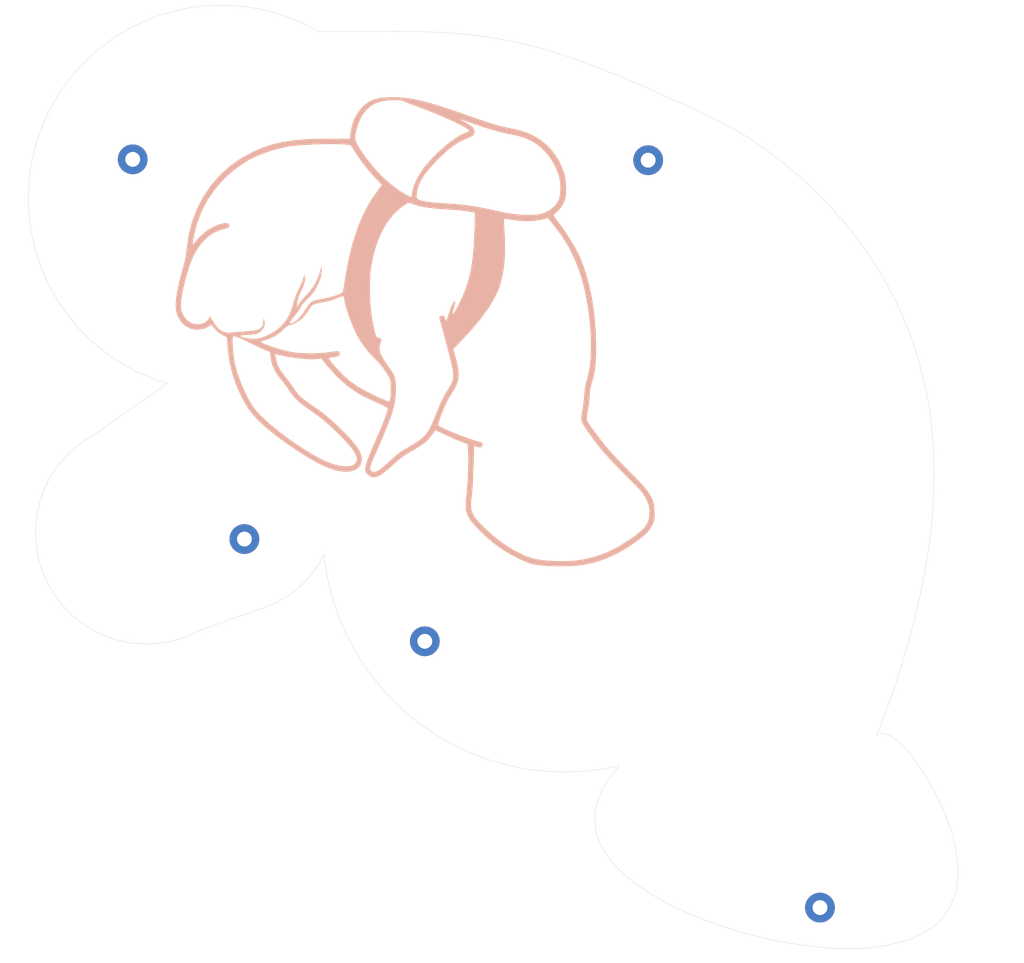
<source format=kicad_pcb>
(kicad_pcb (version 20171130) (host pcbnew "(5.1.4-0)")

  (general
    (thickness 1.6)
    (drawings 141)
    (tracks 0)
    (zones 0)
    (modules 7)
    (nets 2)
  )

  (page A4)
  (layers
    (0 F.Cu signal)
    (31 B.Cu signal)
    (32 B.Adhes user)
    (33 F.Adhes user)
    (34 B.Paste user)
    (35 F.Paste user)
    (36 B.SilkS user)
    (37 F.SilkS user)
    (38 B.Mask user)
    (39 F.Mask user)
    (40 Dwgs.User user)
    (41 Cmts.User user)
    (42 Eco1.User user)
    (43 Eco2.User user)
    (44 Edge.Cuts user)
    (45 Margin user)
    (46 B.CrtYd user)
    (47 F.CrtYd user)
    (48 B.Fab user)
    (49 F.Fab user)
  )

  (setup
    (last_trace_width 0.25)
    (trace_clearance 0.2)
    (zone_clearance 0.508)
    (zone_45_only no)
    (trace_min 0.2)
    (via_size 0.8)
    (via_drill 0.4)
    (via_min_size 0.4)
    (via_min_drill 0.3)
    (uvia_size 0.3)
    (uvia_drill 0.1)
    (uvias_allowed no)
    (uvia_min_size 0.2)
    (uvia_min_drill 0.1)
    (edge_width 0.05)
    (segment_width 0.2)
    (pcb_text_width 0.3)
    (pcb_text_size 1.5 1.5)
    (mod_edge_width 0.12)
    (mod_text_size 1 1)
    (mod_text_width 0.15)
    (pad_size 1.524 1.524)
    (pad_drill 0.762)
    (pad_to_mask_clearance 0.051)
    (solder_mask_min_width 0.25)
    (aux_axis_origin 0 0)
    (visible_elements FFFFFF7F)
    (pcbplotparams
      (layerselection 0x010f0_ffffffff)
      (usegerberextensions true)
      (usegerberattributes false)
      (usegerberadvancedattributes false)
      (creategerberjobfile false)
      (excludeedgelayer true)
      (linewidth 0.100000)
      (plotframeref false)
      (viasonmask false)
      (mode 1)
      (useauxorigin false)
      (hpglpennumber 1)
      (hpglpenspeed 20)
      (hpglpendiameter 15.000000)
      (psnegative false)
      (psa4output false)
      (plotreference true)
      (plotvalue true)
      (plotinvisibletext false)
      (padsonsilk false)
      (subtractmaskfromsilk true)
      (outputformat 1)
      (mirror false)
      (drillshape 0)
      (scaleselection 1)
      (outputdirectory "back_plate_gerbers/"))
  )

  (net 0 "")
  (net 1 GND)

  (net_class Default "This is the default net class."
    (clearance 0.2)
    (trace_width 0.25)
    (via_dia 0.8)
    (via_drill 0.4)
    (uvia_dia 0.3)
    (uvia_drill 0.1)
  )

  (module SILK:mxnatee_med (layer F.Cu) (tedit 604AE8A1) (tstamp 60211A54)
    (at 70.358 61.595)
    (fp_text reference G*** (at 0 0) (layer F.SilkS) hide
      (effects (font (size 1.524 1.524) (thickness 0.3)))
    )
    (fp_text value LOGO (at 0.75 0) (layer F.SilkS) hide
      (effects (font (size 1.524 1.524) (thickness 0.3)))
    )
    (fp_poly (pts (xy 9.023096 -27.739777) (xy 9.29781 -27.663718) (xy 9.66522 -27.554131) (xy 10.229502 -27.381377)
      (xy 10.945584 -27.159617) (xy 11.768395 -26.903012) (xy 12.652863 -26.625722) (xy 13.553917 -26.341908)
      (xy 14.426486 -26.06573) (xy 15.225498 -25.81135) (xy 15.905881 -25.592929) (xy 16.383 -25.437662)
      (xy 17.4625 -25.0825) (xy 17.456188 -24.003) (xy 17.409046 -23.169266) (xy 17.285464 -22.464507)
      (xy 17.226395 -22.264769) (xy 16.993307 -21.716422) (xy 16.657579 -21.096345) (xy 16.271658 -20.489247)
      (xy 15.88799 -19.979839) (xy 15.663087 -19.739779) (xy 15.423108 -19.546791) (xy 15.190392 -19.466815)
      (xy 14.865844 -19.479184) (xy 14.605 -19.519088) (xy 14.399963 -19.552586) (xy 13.979501 -19.620469)
      (xy 13.379008 -19.71705) (xy 12.633878 -19.836645) (xy 11.779506 -19.973568) (xy 10.851284 -20.122134)
      (xy 10.7315 -20.141293) (xy 9.798211 -20.293102) (xy 8.936211 -20.438158) (xy 8.180535 -20.570182)
      (xy 7.566217 -20.682897) (xy 7.128291 -20.770023) (xy 6.901792 -20.825281) (xy 6.88975 -20.829777)
      (xy 6.641078 -21.020368) (xy 6.636186 -21.28106) (xy 6.874875 -21.611299) (xy 7.290941 -21.962462)
      (xy 7.954732 -22.60388) (xy 8.424512 -23.387302) (xy 8.691987 -24.281456) (xy 8.748864 -25.255071)
      (xy 8.58685 -26.276874) (xy 8.507184 -26.548645) (xy 8.362753 -27.016903) (xy 8.297624 -27.308685)
      (xy 8.306919 -27.487162) (xy 8.38576 -27.615504) (xy 8.421887 -27.653317) (xy 8.564316 -27.764733)
      (xy 8.738222 -27.793239) (xy 9.023096 -27.739777)) (layer F.Mask) (width 0.01))
    (fp_poly (pts (xy -31.060572 -18.215429) (xy -30.877748 -17.88671) (xy -30.938867 -17.545667) (xy -31.093251 -17.355184)
      (xy -31.42789 -17.164624) (xy -31.730543 -17.225999) (xy -31.952179 -17.4625) (xy -32.086553 -17.711065)
      (xy -32.06482 -17.906507) (xy -31.952179 -18.0975) (xy -31.666216 -18.360728) (xy -31.338608 -18.387566)
      (xy -31.060572 -18.215429)) (layer F.Mask) (width 0.01))
    (fp_poly (pts (xy -19.671807 -17.509881) (xy -19.586259 -17.455299) (xy -19.373422 -17.168686) (xy -19.296001 -16.77055)
      (xy -19.357855 -16.366643) (xy -19.536251 -16.085184) (xy -19.891146 -15.903335) (xy -20.294894 -15.890031)
      (xy -20.644955 -16.03922) (xy -20.757299 -16.157259) (xy -20.941964 -16.586413) (xy -20.926844 -16.993441)
      (xy -20.752104 -17.333823) (xy -20.457908 -17.563037) (xy -20.08442 -17.636563) (xy -19.671807 -17.509881)) (layer F.Mask) (width 0.01))
    (fp_poly (pts (xy -28.929598 -12.00051) (xy -28.611714 -11.793137) (xy -28.454545 -11.486029) (xy -28.448 -11.401099)
      (xy -28.461946 -11.247281) (xy -28.544841 -11.246255) (xy -28.758269 -11.401643) (xy -28.782628 -11.420783)
      (xy -29.16264 -11.634398) (xy -29.561114 -11.656201) (xy -30.047424 -11.487168) (xy -30.14305 -11.439917)
      (xy -30.441295 -11.299629) (xy -30.571507 -11.282423) (xy -30.584844 -11.383036) (xy -30.582653 -11.394708)
      (xy -30.459578 -11.603073) (xy -30.213864 -11.839181) (xy -30.193769 -11.854447) (xy -29.786005 -12.048143)
      (xy -29.342822 -12.091171) (xy -28.929598 -12.00051)) (layer F.Mask) (width 0.01))
    (fp_poly (pts (xy -32.74155 -12.00968) (xy -32.558859 -11.726411) (xy -32.532799 -11.445987) (xy -32.601623 -11.316897)
      (xy -32.728615 -11.382545) (xy -32.781837 -11.462808) (xy -32.934319 -11.64117) (xy -33.12726 -11.647394)
      (xy -33.40152 -11.470166) (xy -33.681396 -11.213726) (xy -33.964775 -10.955341) (xy -34.114621 -10.87401)
      (xy -34.162585 -10.953841) (xy -34.163 -10.971881) (xy -34.068309 -11.333282) (xy -33.835097 -11.714299)
      (xy -33.53966 -11.999011) (xy -33.456294 -12.045632) (xy -33.063949 -12.124585) (xy -32.74155 -12.00968)) (layer F.Mask) (width 0.01))
    (fp_poly (pts (xy -31.939336 -9.040123) (xy -31.906783 -8.824755) (xy -31.876603 -8.429737) (xy -31.843698 -7.826902)
      (xy -31.819228 -7.326804) (xy -31.790177 -6.639424) (xy -31.772731 -6.045132) (xy -31.767588 -5.588432)
      (xy -31.775443 -5.31383) (xy -31.786841 -5.254827) (xy -31.857574 -5.327865) (xy -31.974021 -5.583306)
      (xy -32.076547 -5.865523) (xy -32.214445 -6.461827) (xy -32.283517 -7.159985) (xy -32.282996 -7.869362)
      (xy -32.21211 -8.499327) (xy -32.102231 -8.89) (xy -32.03196 -9.044579) (xy -31.979362 -9.104009)
      (xy -31.939336 -9.040123)) (layer F.Mask) (width 0.01))
    (fp_poly (pts (xy -3.515061 -35.833255) (xy -2.788563 -35.786341) (xy -2.050955 -35.70364) (xy -1.278185 -35.579033)
      (xy -0.446202 -35.406405) (xy 0.469045 -35.179638) (xy 1.491607 -34.892616) (xy 2.645536 -34.539221)
      (xy 3.954884 -34.113337) (xy 5.4437 -33.608847) (xy 7.136038 -33.019634) (xy 7.807918 -32.782704)
      (xy 8.956883 -32.3829) (xy 9.931602 -32.060629) (xy 10.793481 -31.798638) (xy 11.603927 -31.579672)
      (xy 12.424345 -31.386479) (xy 13.31614 -31.201805) (xy 13.694094 -31.128831) (xy 15.206185 -30.724837)
      (xy 16.587717 -30.117903) (xy 17.822127 -29.319266) (xy 18.892847 -28.340161) (xy 19.783314 -27.191824)
      (xy 19.98702 -26.8605) (xy 20.560508 -25.766584) (xy 20.948418 -24.739984) (xy 21.173196 -23.702271)
      (xy 21.257286 -22.575014) (xy 21.259066 -22.4155) (xy 21.256343 -21.774788) (xy 21.232775 -21.312917)
      (xy 21.176083 -20.954875) (xy 21.073985 -20.625648) (xy 20.914202 -20.250222) (xy 20.899206 -20.217357)
      (xy 20.495641 -19.516898) (xy 20.007873 -18.954603) (xy 19.981838 -18.931346) (xy 19.684525 -18.65768)
      (xy 19.484523 -18.450685) (xy 19.431 -18.371371) (xy 19.503285 -18.247774) (xy 19.701347 -17.961664)
      (xy 19.996997 -17.55254) (xy 20.362045 -17.059904) (xy 20.460088 -16.929334) (xy 21.262303 -15.807681)
      (xy 22.014118 -14.649281) (xy 22.673249 -13.522992) (xy 23.197408 -12.497674) (xy 23.244514 -12.395103)
      (xy 23.93266 -10.658176) (xy 24.518609 -8.722688) (xy 24.995552 -6.625483) (xy 25.356683 -4.40341)
      (xy 25.595192 -2.093313) (xy 25.704272 0.267962) (xy 25.710719 0.9525) (xy 25.699337 2.19472)
      (xy 25.658044 3.235052) (xy 25.58052 4.124506) (xy 25.460446 4.914096) (xy 25.291502 5.654834)
      (xy 25.067369 6.397733) (xy 25.018188 6.542857) (xy 24.834143 7.306656) (xy 24.765016 8.12946)
      (xy 24.765 8.141434) (xy 24.73911 8.652706) (xy 24.66969 9.305902) (xy 24.569112 9.995172)
      (xy 24.509284 10.329194) (xy 24.410882 10.900745) (xy 24.347169 11.397368) (xy 24.325096 11.755325)
      (xy 24.338883 11.891391) (xy 24.42245 12.066275) (xy 24.583605 12.328475) (xy 24.837133 12.698702)
      (xy 25.197817 13.197671) (xy 25.680442 13.846095) (xy 26.299793 14.664688) (xy 26.593011 15.0495)
      (xy 27.338488 15.97209) (xy 28.251315 17.003604) (xy 29.344699 18.158514) (xy 30.418314 19.2405)
      (xy 31.398307 20.222907) (xy 32.204143 21.063874) (xy 32.852235 21.789886) (xy 33.358998 22.427429)
      (xy 33.740843 23.002988) (xy 34.014185 23.543049) (xy 34.195437 24.074096) (xy 34.301013 24.622615)
      (xy 34.347325 25.215092) (xy 34.3535 25.5905) (xy 34.342822 26.186209) (xy 34.299252 26.619381)
      (xy 34.205484 26.981) (xy 34.044211 27.362048) (xy 33.998632 27.456141) (xy 33.693183 27.968118)
      (xy 33.269157 28.48141) (xy 32.699009 29.021965) (xy 31.955193 29.615733) (xy 31.010161 30.288663)
      (xy 30.943668 30.334022) (xy 29.254525 31.379823) (xy 27.571734 32.202894) (xy 25.854488 32.815351)
      (xy 24.061982 33.22931) (xy 22.153408 33.456885) (xy 20.240201 33.511895) (xy 19.494386 33.498837)
      (xy 18.765904 33.474264) (xy 18.127194 33.441392) (xy 17.650698 33.403439) (xy 17.560159 33.392856)
      (xy 16.22405 33.125371) (xy 14.868667 32.662957) (xy 13.469674 31.994877) (xy 12.002735 31.110392)
      (xy 11.306642 30.633727) (xy 10.577024 30.083269) (xy 9.818779 29.452283) (xy 9.069927 28.777903)
      (xy 8.368484 28.097264) (xy 7.752469 27.4475) (xy 7.259901 26.865743) (xy 6.928796 26.389129)
      (xy 6.891119 26.320886) (xy 6.662166 25.847624) (xy 6.509243 25.414016) (xy 6.426023 24.961602)
      (xy 6.406182 24.431925) (xy 6.443397 23.766526) (xy 6.526441 22.950107) (xy 6.630099 21.898893)
      (xy 6.713927 20.777534) (xy 6.775606 19.64466) (xy 6.812817 18.558902) (xy 6.823241 17.578889)
      (xy 6.80456 16.763251) (xy 6.783935 16.439641) (xy 6.699562 15.427927) (xy 5.731031 15.064908)
      (xy 5.207823 14.856608) (xy 4.550346 14.5772) (xy 3.852449 14.267278) (xy 3.351491 14.035706)
      (xy 1.940482 13.369523) (xy 1.358951 14.171379) (xy 1.026237 14.600268) (xy 0.679646 14.971056)
      (xy 0.275575 15.317649) (xy -0.229575 15.673954) (xy -0.879406 16.07388) (xy -1.660586 16.519579)
      (xy -2.427061 16.978909) (xy -3.129344 17.475539) (xy -3.850054 18.071178) (xy -4.371499 18.544362)
      (xy -5.181023 19.267339) (xy -5.860044 19.797464) (xy -6.431727 20.144127) (xy -6.919236 20.316717)
      (xy -7.345737 20.324625) (xy -7.734395 20.177239) (xy -7.974884 20.004986) (xy -8.194793 19.793936)
      (xy -8.347342 19.567211) (xy -8.42729 19.298716) (xy -8.429397 18.96236) (xy -8.348419 18.532049)
      (xy -8.179118 17.981688) (xy -7.91625 17.285186) (xy -7.554575 16.416448) (xy -7.088851 15.349381)
      (xy -6.998948 15.146367) (xy -6.504827 14.014124) (xy -6.071774 12.985481) (xy -5.708137 12.082306)
      (xy -5.422266 11.326469) (xy -5.222508 10.739838) (xy -5.117213 10.344282) (xy -5.105295 10.18595)
      (xy -5.236702 10.050858) (xy -5.57547 9.841477) (xy -6.091795 9.574459) (xy -6.7314 9.27733)
      (xy -7.374251 8.987644) (xy -7.986962 8.704984) (xy -8.504519 8.459761) (xy -8.861909 8.282385)
      (xy -8.89 8.267606) (xy -10.449543 7.302392) (xy -11.942309 6.103269) (xy -13.350287 4.685602)
      (xy -14.030586 3.882544) (xy -14.916671 2.779959) (xy -15.681586 2.859951) (xy -16.240312 2.881731)
      (xy -16.976645 2.857936) (xy -17.819546 2.794865) (xy -18.697972 2.698816) (xy -19.540886 2.576088)
      (xy -20.1295 2.465575) (xy -20.633135 2.358513) (xy -21.08675 2.262006) (xy -21.38208 2.199094)
      (xy -21.745659 2.121518) (xy -21.652662 2.680009) (xy -21.39479 3.66024) (xy -20.948285 4.550109)
      (xy -20.343641 5.3452) (xy -19.907794 5.872777) (xy -19.453992 6.474102) (xy -19.075634 7.025046)
      (xy -19.053642 7.0597) (xy -18.686897 7.602695) (xy -18.304004 8.073592) (xy -17.86026 8.513951)
      (xy -17.310965 8.96533) (xy -16.611416 9.469288) (xy -16.0655 9.83775) (xy -14.981773 10.600412)
      (xy -13.926431 11.437313) (xy -12.852246 12.389136) (xy -11.711987 13.496563) (xy -11.149921 14.071877)
      (xy -10.364189 14.923082) (xy -9.767987 15.654166) (xy -9.3435 16.291725) (xy -9.072915 16.862354)
      (xy -8.941927 17.368411) (xy -8.951593 18.033461) (xy -9.17784 18.59746) (xy -9.59729 19.04263)
      (xy -10.186562 19.351191) (xy -10.922275 19.505364) (xy -11.735408 19.49265) (xy -12.627222 19.336355)
      (xy -13.577962 19.053026) (xy -14.611019 18.631915) (xy -15.749785 18.06227) (xy -17.017653 17.333342)
      (xy -18.438014 16.434379) (xy -18.549475 16.361033) (xy -20.279588 15.177631) (xy -21.806194 14.045078)
      (xy -23.121667 12.969902) (xy -24.21838 11.958631) (xy -25.088706 11.017792) (xy -25.629474 10.301374)
      (xy -26.740957 8.411195) (xy -27.620206 6.422121) (xy -28.262409 4.348373) (xy -28.662755 2.204169)
      (xy -28.778419 0.995149) (xy -28.847359 -0.083248) (xy -28.050009 -0.083248) (xy -28.040609 0.322335)
      (xy -28.007252 0.867023) (xy -27.955083 1.494527) (xy -27.889248 2.148559) (xy -27.814892 2.772833)
      (xy -27.73716 3.311059) (xy -27.666823 3.683) (xy -27.330597 4.887427) (xy -26.86569 6.187178)
      (xy -26.30875 7.496543) (xy -25.696424 8.729808) (xy -25.06536 9.801265) (xy -25.023888 9.864288)
      (xy -24.48681 10.559243) (xy -23.747213 11.342668) (xy -22.831845 12.193702) (xy -21.76745 13.09148)
      (xy -20.580776 14.01514) (xy -19.298568 14.943819) (xy -17.947572 15.856654) (xy -16.554535 16.732781)
      (xy -15.226791 17.506385) (xy -14.451292 17.893276) (xy -13.622405 18.226664) (xy -12.796663 18.490362)
      (xy -12.030597 18.668184) (xy -11.380739 18.743943) (xy -10.9855 18.72076) (xy -10.650927 18.678049)
      (xy -10.503478 18.670734) (xy -10.204166 18.560465) (xy -9.913375 18.291322) (xy -9.706578 17.94945)
      (xy -9.652 17.698869) (xy -9.736931 17.236082) (xy -9.998731 16.686284) (xy -10.447914 16.032284)
      (xy -11.094991 15.256889) (xy -11.251723 15.082824) (xy -12.643584 13.646764) (xy -14.109948 12.306324)
      (xy -15.588242 11.116674) (xy -16.439253 10.508828) (xy -17.240584 9.95623) (xy -17.866337 9.497745)
      (xy -18.357753 9.095184) (xy -18.756075 8.710353) (xy -19.102546 8.305061) (xy -19.438408 7.841118)
      (xy -19.627446 7.5565) (xy -20.017627 6.988997) (xy -20.460518 6.393305) (xy -20.874026 5.878891)
      (xy -20.960823 5.7785) (xy -21.682504 4.796147) (xy -22.168109 3.759076) (xy -22.409115 2.685649)
      (xy -22.41286 2.649214) (xy -22.496226 1.805929) (xy -23.090863 1.586003) (xy -23.463972 1.432959)
      (xy -23.980807 1.201354) (xy -24.559136 0.928644) (xy -24.892 0.765572) (xy -25.791782 0.319511)
      (xy -25.835189 0.298416) (xy -23.902445 0.298416) (xy -23.44197 0.534654) (xy -22.909991 0.769018)
      (xy -22.201304 1.027078) (xy -21.389011 1.286566) (xy -20.54621 1.525213) (xy -19.746001 1.72075)
      (xy -19.186371 1.831051) (xy -18.105 1.960066) (xy -16.882284 2.019245) (xy -15.621117 2.008486)
      (xy -14.424394 1.927684) (xy -13.723824 1.836583) (xy -13.186929 1.75858) (xy -12.736029 1.709797)
      (xy -12.435643 1.696399) (xy -12.358574 1.706107) (xy -12.230428 1.868135) (xy -12.192 2.08099)
      (xy -12.224279 2.273206) (xy -12.362308 2.39592) (xy -12.667882 2.492348) (xy -12.833252 2.529476)
      (xy -13.238141 2.608986) (xy -13.556754 2.658651) (xy -13.658752 2.667) (xy -13.824025 2.711568)
      (xy -13.843 2.746684) (xy -13.765595 2.869861) (xy -13.555697 3.142963) (xy -13.246784 3.523641)
      (xy -12.929021 3.902923) (xy -11.560164 5.336893) (xy -10.064124 6.559473) (xy -9.464777 6.968135)
      (xy -9.095878 7.187978) (xy -8.587291 7.464933) (xy -7.985002 7.776753) (xy -7.334997 8.101195)
      (xy -6.683263 8.416015) (xy -6.075785 8.698969) (xy -5.558551 8.927812) (xy -5.177545 9.080301)
      (xy -4.98717 9.134013) (xy -4.845411 9.033348) (xy -4.736817 8.79475) (xy -4.694797 8.514518)
      (xy -4.661591 8.058896) (xy -4.642132 7.506463) (xy -4.639147 7.239) (xy -4.646708 6.630129)
      (xy -4.68237 6.198142) (xy -4.759045 5.866377) (xy -4.889648 5.558173) (xy -4.937964 5.465047)
      (xy -5.335757 4.81173) (xy -5.850075 4.098268) (xy -6.412271 3.412203) (xy -6.953699 2.841079)
      (xy -7.102589 2.704563) (xy -7.686011 2.120731) (xy -8.309881 1.373546) (xy -8.919496 0.535161)
      (xy -9.460152 -0.322272) (xy -9.634495 -0.635) (xy -9.959342 -1.297203) (xy -10.305766 -2.095997)
      (xy -10.648392 -2.963256) (xy -10.961845 -3.830855) (xy -11.22075 -4.630669) (xy -11.399734 -5.294571)
      (xy -11.437663 -5.476109) (xy -11.521814 -5.917712) (xy -11.591026 -6.265672) (xy -11.627078 -6.430877)
      (xy -11.756376 -6.461692) (xy -12.077963 -6.363886) (xy -12.46814 -6.19272) (xy -13.012954 -5.973973)
      (xy -13.667689 -5.768918) (xy -14.287391 -5.622622) (xy -15.021769 -5.484817) (xy -15.552474 -5.371238)
      (xy -15.925623 -5.260055) (xy -16.187333 -5.12944) (xy -16.38372 -4.957564) (xy -16.560901 -4.722596)
      (xy -16.722743 -4.469859) (xy -17.045108 -3.996119) (xy -17.403201 -3.52729) (xy -17.637508 -3.25507)
      (xy -18.03297 -2.908542) (xy -18.523973 -2.583993) (xy -19.029788 -2.325851) (xy -19.469688 -2.178546)
      (xy -19.626808 -2.160241) (xy -19.84797 -2.072867) (xy -20.16289 -1.846826) (xy -20.452308 -1.581072)
      (xy -21.316047 -0.833299) (xy -22.271707 -0.28105) (xy -23.031973 0.013721) (xy -23.902445 0.298416)
      (xy -25.835189 0.298416) (xy -26.491934 -0.020749) (xy -27.019364 -0.264286) (xy -27.400977 -0.420182)
      (xy -27.66368 -0.497514) (xy -27.834379 -0.505363) (xy -27.939982 -0.452808) (xy -28.007394 -0.348928)
      (xy -28.030308 -0.293438) (xy -28.050009 -0.083248) (xy -28.847359 -0.083248) (xy -28.865001 -0.359202)
      (xy -29.577251 -0.723136) (xy -30.314107 -1.226836) (xy -30.729848 -1.681243) (xy -30.98824 -2.010337)
      (xy -31.15821 -2.158695) (xy -31.288866 -2.159129) (xy -31.364848 -2.105524) (xy -32.001638 -1.714809)
      (xy -32.78821 -1.511883) (xy -33.210394 -1.484389) (xy -34.088282 -1.588339) (xy -34.851353 -1.918227)
      (xy -35.500538 -2.474707) (xy -36.036767 -3.258429) (xy -36.192618 -3.57479) (xy -36.386631 -4.2442)
      (xy -36.441451 -5.00848) (xy -35.679653 -5.00848) (xy -35.671762 -4.618933) (xy -35.612463 -4.307104)
      (xy -35.488444 -3.985459) (xy -35.372317 -3.740887) (xy -34.920914 -3.057419) (xy -34.346297 -2.581063)
      (xy -33.669817 -2.326392) (xy -33.240787 -2.286) (xy -32.673377 -2.333334) (xy -32.221077 -2.50579)
      (xy -31.770094 -2.849049) (xy -31.717471 -2.897526) (xy -31.466405 -3.212792) (xy -31.438719 -3.485258)
      (xy -31.419128 -3.511612) (xy -31.303411 -3.347885) (xy -31.11482 -3.028193) (xy -31.059771 -2.929278)
      (xy -30.544742 -2.119531) (xy -30.011543 -1.547151) (xy -29.43443 -1.195619) (xy -28.787656 -1.048413)
      (xy -28.164543 -1.071516) (xy -27.763394 -1.114597) (xy -27.190496 -1.163504) (xy -26.527798 -1.211709)
      (xy -25.965885 -1.246644) (xy -25.09552 -1.320652) (xy -24.447706 -1.44226) (xy -23.992694 -1.629758)
      (xy -23.700731 -1.901434) (xy -23.542067 -2.275577) (xy -23.486951 -2.770475) (xy -23.48695 -2.770518)
      (xy -23.4789 -3.1115) (xy -23.352023 -2.794) (xy -23.278698 -2.293805) (xy -23.421252 -1.788674)
      (xy -23.748697 -1.33344) (xy -24.230045 -0.982938) (xy -24.424018 -0.89708) (xy -24.746828 -0.82137)
      (xy -25.206871 -0.766987) (xy -25.567018 -0.749341) (xy -25.949281 -0.72922) (xy -26.339332 -0.687192)
      (xy -26.677308 -0.633429) (xy -26.903347 -0.578104) (xy -26.957586 -0.53139) (xy -26.924 -0.518748)
      (xy -26.77548 -0.470373) (xy -26.479161 -0.366539) (xy -26.3525 -0.321163) (xy -25.657926 -0.169344)
      (xy -24.8482 -0.148007) (xy -24.025895 -0.256818) (xy -23.740301 -0.329614) (xy -22.510144 -0.815246)
      (xy -21.435875 -1.49683) (xy -20.530669 -2.360204) (xy -19.807699 -3.391203) (xy -19.280139 -4.575665)
      (xy -19.061646 -5.359661) (xy -18.789357 -6.279896) (xy -18.387368 -7.237126) (xy -18.248411 -7.512442)
      (xy -17.984584 -8.043176) (xy -17.763242 -8.544072) (xy -17.617314 -8.938087) (xy -17.58343 -9.068192)
      (xy -17.500094 -9.366025) (xy -17.403506 -9.519419) (xy -17.384867 -9.525) (xy -17.286419 -9.417258)
      (xy -17.278396 -9.127648) (xy -17.348482 -8.706598) (xy -17.484362 -8.204536) (xy -17.673721 -7.671888)
      (xy -17.904244 -7.159081) (xy -18.011203 -6.960303) (xy -18.319034 -6.267155) (xy -18.467149 -5.499716)
      (xy -18.470787 -5.461) (xy -18.545459 -4.6355) (xy -18.303319 -5.155517) (xy -18.108184 -5.469605)
      (xy -17.78069 -5.890617) (xy -17.37441 -6.352431) (xy -17.116723 -6.619988) (xy -16.293659 -7.566831)
      (xy -15.669976 -8.581937) (xy -15.203369 -9.73774) (xy -15.103454 -10.067106) (xy -14.877096 -10.8585)
      (xy -14.868048 -10.268628) (xy -14.960971 -9.426396) (xy -15.242747 -8.521895) (xy -15.681538 -7.618598)
      (xy -16.245506 -6.779981) (xy -16.902812 -6.069516) (xy -17.029588 -5.959299) (xy -17.43421 -5.560669)
      (xy -17.801128 -5.099124) (xy -17.981643 -4.804011) (xy -18.25491 -4.335419) (xy -18.579564 -3.87326)
      (xy -18.713562 -3.710191) (xy -19.03471 -3.327257) (xy -19.336609 -2.936991) (xy -19.41626 -2.82575)
      (xy -19.588883 -2.561586) (xy -19.617454 -2.443493) (xy -19.509225 -2.413523) (xy -19.467907 -2.413)
      (xy -19.087125 -2.521074) (xy -18.634568 -2.820834) (xy -18.149641 -3.275595) (xy -17.671747 -3.848666)
      (xy -17.260974 -4.467851) (xy -16.866151 -5.080971) (xy -16.501245 -5.494342) (xy -16.116251 -5.749312)
      (xy -15.661167 -5.887231) (xy -15.516812 -5.910173) (xy -14.829235 -6.025776) (xy -14.071487 -6.188232)
      (xy -13.328242 -6.376431) (xy -12.684173 -6.569263) (xy -12.29629 -6.71308) (xy -11.941179 -6.881509)
      (xy -11.753675 -7.049857) (xy -11.704016 -7.192701) (xy -7.730066 -7.192701) (xy -7.687767 -5.895465)
      (xy -7.600204 -4.648213) (xy -7.469216 -3.525564) (xy -7.37861 -2.9845) (xy -7.204173 -2.092683)
      (xy -7.061532 -1.421023) (xy -6.940646 -0.93915) (xy -6.831475 -0.616691) (xy -6.723977 -0.423273)
      (xy -6.608112 -0.328524) (xy -6.492042 -0.302684) (xy -6.151016 -0.22253) (xy -6.022949 -0.017238)
      (xy -6.099537 0.330416) (xy -6.141513 0.424531) (xy -6.305621 0.92469) (xy -6.315735 1.445347)
      (xy -6.161966 2.020213) (xy -5.834425 2.682996) (xy -5.323222 3.467406) (xy -5.197389 3.642789)
      (xy -4.703419 4.341853) (xy -4.349269 4.907871) (xy -4.112535 5.403246) (xy -3.970813 5.890378)
      (xy -3.901699 6.431668) (xy -3.882789 7.089517) (xy -3.883435 7.3025) (xy -3.907341 8.024399)
      (xy -3.974581 8.730236) (xy -4.094222 9.450096) (xy -4.275332 10.214062) (xy -4.526978 11.05222)
      (xy -4.858229 11.994654) (xy -5.278152 13.071448) (xy -5.795814 14.312686) (xy -6.420284 15.748453)
      (xy -6.448118 15.8115) (xy -6.771664 16.550304) (xy -7.068498 17.239872) (xy -7.31956 17.835003)
      (xy -7.50579 18.290496) (xy -7.608129 18.56115) (xy -7.61022 18.56753) (xy -7.685646 19.045556)
      (xy -7.577069 19.373871) (xy -7.31531 19.538296) (xy -6.931187 19.524649) (xy -6.455518 19.318751)
      (xy -6.259668 19.188961) (xy -5.968577 18.957754) (xy -5.549838 18.598995) (xy -5.058858 18.161222)
      (xy -4.551041 17.692971) (xy -4.538208 17.680918) (xy -3.932086 17.140723) (xy -3.342433 16.668223)
      (xy -2.828922 16.309579) (xy -2.583846 16.169078) (xy -1.661473 15.667353) (xy -0.822657 15.137019)
      (xy -0.121336 14.614725) (xy 0.359459 14.169158) (xy 0.624698 13.860839) (xy 0.86458 13.527613)
      (xy 1.098508 13.131512) (xy 1.345887 12.634568) (xy 1.373032 12.572985) (xy 2.371874 12.572985)
      (xy 2.411602 12.696622) (xy 2.435686 12.716364) (xy 2.864728 12.952019) (xy 3.48379 13.244829)
      (xy 4.241099 13.574166) (xy 5.084876 13.919403) (xy 5.963348 14.259911) (xy 6.824738 14.575062)
      (xy 7.617271 14.844229) (xy 8.275678 15.043086) (xy 8.675338 15.160232) (xy 8.879369 15.258601)
      (xy 8.938199 15.38244) (xy 8.902256 15.575994) (xy 8.898521 15.589579) (xy 8.812718 15.807104)
      (xy 8.668398 15.902157) (xy 8.39923 15.893123) (xy 8.052637 15.824022) (xy 7.659774 15.736554)
      (xy 7.58178 18.758527) (xy 7.55037 19.711483) (xy 7.506502 20.672669) (xy 7.4538 21.58206)
      (xy 7.395888 22.37963) (xy 7.33639 23.005354) (xy 7.314798 23.180567) (xy 7.220511 24.026703)
      (xy 7.207538 24.706073) (xy 7.296277 25.278102) (xy 7.507126 25.802216) (xy 7.860485 26.33784)
      (xy 8.376751 26.9444) (xy 8.739928 27.33229) (xy 10.076888 28.622769) (xy 11.473815 29.763335)
      (xy 12.902892 30.73743) (xy 14.336299 31.528492) (xy 15.746219 32.119962) (xy 17.104834 32.495278)
      (xy 17.536129 32.568727) (xy 18.400311 32.656689) (xy 19.418444 32.704612) (xy 20.517414 32.713806)
      (xy 21.624107 32.685583) (xy 22.665409 32.621254) (xy 23.568206 32.52213) (xy 23.979644 32.453172)
      (xy 25.612706 32.052868) (xy 27.151722 31.504792) (xy 28.655038 30.783369) (xy 30.181 29.863024)
      (xy 30.713422 29.501594) (xy 31.614539 28.850643) (xy 32.313159 28.283479) (xy 32.832623 27.767649)
      (xy 33.196277 27.270701) (xy 33.427463 26.760183) (xy 33.549526 26.203642) (xy 33.585809 25.568628)
      (xy 33.585678 25.508634) (xy 33.569749 24.992204) (xy 33.512151 24.587419) (xy 33.387262 24.193053)
      (xy 33.16946 23.707885) (xy 33.087425 23.540134) (xy 32.929105 23.23361) (xy 32.761224 22.949908)
      (xy 32.560148 22.661751) (xy 32.302241 22.341867) (xy 31.96387 21.962979) (xy 31.521398 21.497815)
      (xy 30.951192 20.9191) (xy 30.229615 20.199558) (xy 29.966809 19.939) (xy 29.234076 19.203268)
      (xy 28.509672 18.457816) (xy 27.82862 17.740025) (xy 27.225943 17.087277) (xy 26.736665 16.536953)
      (xy 26.401061 16.13318) (xy 25.542389 15.01914) (xy 24.845426 14.085928) (xy 24.303669 13.324053)
      (xy 23.910618 12.724024) (xy 23.65977 12.27635) (xy 23.544624 11.971541) (xy 23.542361 11.960137)
      (xy 23.524421 11.547226) (xy 23.580784 10.969684) (xy 23.669987 10.464275) (xy 23.774715 9.857672)
      (xy 23.87053 9.122401) (xy 23.941961 8.38371) (xy 23.960364 8.113193) (xy 24.067874 7.057068)
      (xy 24.255063 6.144541) (xy 24.326447 5.9055) (xy 24.65435 4.609459) (xy 24.863109 3.105444)
      (xy 24.952655 1.409841) (xy 24.922916 -0.460964) (xy 24.773821 -2.490585) (xy 24.5053 -4.662634)
      (xy 24.375659 -5.499149) (xy 23.886063 -7.91187) (xy 23.228881 -10.148262) (xy 22.393845 -12.231415)
      (xy 21.370686 -14.184415) (xy 20.149138 -16.030353) (xy 19.107004 -17.346206) (xy 18.558317 -17.991911)
      (xy 17.692908 -17.766277) (xy 16.820797 -17.610365) (xy 15.791519 -17.542818) (xy 14.686335 -17.564419)
      (xy 13.586502 -17.675954) (xy 13.28888 -17.723703) (xy 12.784445 -17.804363) (xy 12.382003 -17.85448)
      (xy 12.14134 -17.867268) (xy 12.10117 -17.858504) (xy 12.088886 -17.71765) (xy 12.093461 -17.36571)
      (xy 12.113346 -16.844933) (xy 12.146993 -16.197563) (xy 12.184057 -15.597457) (xy 12.250965 -13.577444)
      (xy 12.178839 -11.69431) (xy 11.969929 -9.971635) (xy 11.626487 -8.432998) (xy 11.444986 -7.85406)
      (xy 10.892808 -6.544616) (xy 10.107278 -5.14873) (xy 9.087556 -3.665206) (xy 7.832803 -2.092852)
      (xy 6.342181 -0.430473) (xy 5.904737 0.028186) (xy 4.590348 1.389873) (xy 4.969838 2.758686)
      (xy 5.233254 3.830877) (xy 5.367769 4.734739) (xy 5.366626 5.524649) (xy 5.223069 6.254983)
      (xy 4.930339 6.980117) (xy 4.481679 7.754426) (xy 4.31844 8.000351) (xy 4.021506 8.459473)
      (xy 3.757671 8.924283) (xy 3.502217 9.447219) (xy 3.230425 10.080718) (xy 2.917578 10.877219)
      (xy 2.737877 11.353403) (xy 2.526313 11.940607) (xy 2.407211 12.334057) (xy 2.371874 12.572985)
      (xy 1.373032 12.572985) (xy 1.626121 11.998812) (xy 1.958614 11.186275) (xy 2.21365 10.541)
      (xy 2.54145 9.751224) (xy 2.895265 8.977885) (xy 3.23993 8.294112) (xy 3.540281 7.773035)
      (xy 3.557131 7.747) (xy 3.87023 7.246525) (xy 4.152536 6.758296) (xy 4.354808 6.368524)
      (xy 4.391347 6.2865) (xy 4.48304 6.046528) (xy 4.549775 5.8044) (xy 4.587599 5.537963)
      (xy 4.592563 5.225061) (xy 4.560712 4.843541) (xy 4.488097 4.371247) (xy 4.370764 3.786025)
      (xy 4.204763 3.065722) (xy 3.986142 2.188181) (xy 3.710948 1.131249) (xy 3.37523 -0.127229)
      (xy 2.998167 -1.524) (xy 2.832546 -2.137184) (xy 2.689028 -2.671448) (xy 2.581842 -3.073619)
      (xy 2.525218 -3.290522) (xy 2.522394 -3.302) (xy 2.579028 -3.454743) (xy 2.858704 -3.529754)
      (xy 2.869003 -3.530787) (xy 3.146999 -3.525595) (xy 3.298013 -3.391837) (xy 3.388965 -3.149787)
      (xy 3.516424 -2.7305) (xy 3.654464 -3.048) (xy 3.759628 -3.328898) (xy 3.903015 -3.761009)
      (xy 4.053707 -4.251139) (xy 4.054699 -4.2545) (xy 4.230445 -4.76535) (xy 4.428593 -5.210455)
      (xy 4.622675 -5.542644) (xy 4.786225 -5.714746) (xy 4.872057 -5.711276) (xy 4.871571 -5.566957)
      (xy 4.811283 -5.245512) (xy 4.703922 -4.813238) (xy 4.689827 -4.761922) (xy 4.57452 -4.310289)
      (xy 4.501126 -3.951349) (xy 4.484237 -3.757431) (xy 4.485869 -3.750891) (xy 4.561374 -3.791141)
      (xy 4.723414 -4.011153) (xy 4.93984 -4.366121) (xy 4.98614 -4.448143) (xy 5.690701 -5.805961)
      (xy 6.273007 -7.148729) (xy 6.742577 -8.516837) (xy 7.108929 -9.950677) (xy 7.381582 -11.49064)
      (xy 7.570053 -13.177117) (xy 7.683861 -15.0505) (xy 7.714745 -16.027204) (xy 7.779886 -18.782907)
      (xy 7.477693 -18.851979) (xy 6.7818 -18.981982) (xy 5.892043 -19.096621) (xy 4.789374 -19.197911)
      (xy 3.454744 -19.287864) (xy 3.235526 -19.300383) (xy 1.754529 -19.413255) (xy 0.502438 -19.575002)
      (xy -0.541773 -19.789221) (xy -1.399132 -20.059512) (xy -1.545279 -20.118613) (xy -1.792637 -20.21411)
      (xy -1.985518 -20.236632) (xy -2.196452 -20.167485) (xy -2.497969 -19.987975) (xy -2.781957 -19.799871)
      (xy -3.838798 -18.946368) (xy -4.790912 -17.874631) (xy -5.629429 -16.601642) (xy -6.345477 -15.144385)
      (xy -6.930189 -13.519842) (xy -7.374692 -11.744996) (xy -7.567019 -10.638123) (xy -7.671529 -9.638649)
      (xy -7.725266 -8.465302) (xy -7.730066 -7.192701) (xy -11.704016 -7.192701) (xy -11.663893 -7.308113)
      (xy -11.623146 -7.579862) (xy -11.193741 -10.364002) (xy -10.652453 -12.923795) (xy -9.997764 -15.263664)
      (xy -9.228157 -17.388031) (xy -8.342114 -19.30132) (xy -7.338117 -21.007952) (xy -6.713999 -21.887958)
      (xy -5.957434 -22.884416) (xy -6.971833 -23.941037) (xy -8.27971 -25.433776) (xy -9.513703 -27.100055)
      (xy -10.041091 -27.905373) (xy -10.6045 -28.80157) (xy -11.720833 -28.89267) (xy -12.449828 -28.929174)
      (xy -13.368325 -28.940044) (xy -14.416704 -28.927725) (xy -15.535344 -28.894663) (xy -16.664626 -28.843305)
      (xy -17.74493 -28.776096) (xy -18.716634 -28.695483) (xy -19.52012 -28.603911) (xy -19.803198 -28.56108)
      (xy -21.889935 -28.092759) (xy -23.854183 -27.412884) (xy -25.684501 -26.529642) (xy -27.369452 -25.45122)
      (xy -28.897596 -24.185806) (xy -30.257494 -22.741587) (xy -31.437708 -21.126748) (xy -32.293378 -19.6215)
      (xy -32.75338 -18.601212) (xy -33.17596 -17.471376) (xy -33.525917 -16.33584) (xy -33.768046 -15.298452)
      (xy -33.77866 -15.24) (xy -33.862568 -14.771603) (xy -33.934474 -14.375025) (xy -33.974228 -14.1605)
      (xy -33.946949 -14.076927) (xy -33.791184 -14.21123) (xy -33.621601 -14.4145) (xy -32.752855 -15.372165)
      (xy -31.805459 -16.158618) (xy -30.818013 -16.74595) (xy -29.937099 -17.078506) (xy -29.298102 -17.223763)
      (xy -28.863191 -17.252229) (xy -28.609386 -17.160935) (xy -28.513704 -16.946912) (xy -28.5115 -16.894378)
      (xy -28.536332 -16.72346) (xy -28.645856 -16.600107) (xy -28.892616 -16.491834) (xy -29.329154 -16.366153)
      (xy -29.393021 -16.349345) (xy -30.370747 -16.02349) (xy -31.193344 -15.579193) (xy -31.951119 -14.963415)
      (xy -32.233698 -14.68092) (xy -32.837958 -13.982218) (xy -33.365311 -13.217409) (xy -33.832675 -12.350202)
      (xy -34.256967 -11.344306) (xy -34.655108 -10.163429) (xy -35.044014 -8.77128) (xy -35.110929 -8.509)
      (xy -35.288653 -7.745871) (xy -35.446657 -6.959879) (xy -35.569652 -6.234651) (xy -35.64235 -5.653814)
      (xy -35.649445 -5.563281) (xy -35.679653 -5.00848) (xy -36.441451 -5.00848) (xy -36.448722 -5.109848)
      (xy -36.378436 -6.175622) (xy -36.175319 -7.44541) (xy -35.838917 -8.923098) (xy -35.371188 -10.6045)
      (xy -35.174424 -11.343391) (xy -35.007648 -12.118955) (xy -34.893784 -12.818862) (xy -34.86577 -13.081)
      (xy -34.571409 -15.263987) (xy -34.057377 -17.33584) (xy -33.330707 -19.28615) (xy -32.398429 -21.104508)
      (xy -31.267576 -22.780503) (xy -29.945178 -24.303726) (xy -28.438269 -25.663767) (xy -26.753879 -26.850216)
      (xy -24.89904 -27.852663) (xy -24.882569 -27.860363) (xy -23.716585 -28.358983) (xy -22.528075 -28.769788)
      (xy -21.282714 -29.098556) (xy -19.946175 -29.351066) (xy -18.484133 -29.533096) (xy -16.862261 -29.650426)
      (xy -15.046234 -29.708834) (xy -13.848006 -29.718) (xy -10.668 -29.718) (xy -10.667496 -29.811862)
      (xy -9.904123 -29.811862) (xy -9.813419 -29.363435) (xy -9.554393 -28.778469) (xy -9.151042 -28.086345)
      (xy -8.62736 -27.316445) (xy -8.007343 -26.498151) (xy -7.314989 -25.660843) (xy -6.574292 -24.833905)
      (xy -5.809249 -24.046718) (xy -5.043854 -23.328663) (xy -4.302106 -22.709122) (xy -3.81 -22.349929)
      (xy -3.326714 -22.032452) (xy -2.821097 -21.718099) (xy -2.345692 -21.437476) (xy -1.953042 -21.221183)
      (xy -1.695691 -21.099826) (xy -1.637018 -21.084301) (xy -1.583552 -21.197809) (xy -1.555113 -21.341146)
      (xy -0.846066 -21.341146) (xy -0.827232 -21.089885) (xy -0.75872 -20.890104) (xy -0.620024 -20.75193)
      (xy -0.35132 -20.63825) (xy 0.10234 -20.51318) (xy 0.531667 -20.43065) (xy 1.146234 -20.34704)
      (xy 1.877431 -20.270063) (xy 2.65665 -20.207434) (xy 3.019732 -20.185161) (xy 4.262002 -20.110154)
      (xy 5.342233 -20.025937) (xy 6.326877 -19.923307) (xy 7.282386 -19.793061) (xy 8.275213 -19.625997)
      (xy 9.371811 -19.412914) (xy 10.638632 -19.144608) (xy 10.820566 -19.104913) (xy 11.559728 -18.945443)
      (xy 12.267574 -18.796736) (xy 12.881901 -18.671577) (xy 13.340505 -18.582752) (xy 13.487566 -18.556692)
      (xy 14.114893 -18.483715) (xy 14.868845 -18.4432) (xy 15.665491 -18.435124) (xy 16.420903 -18.459467)
      (xy 17.05115 -18.516209) (xy 17.297498 -18.557648) (xy 18.291946 -18.875699) (xy 19.12832 -19.367682)
      (xy 19.784645 -20.018284) (xy 20.099877 -20.5105) (xy 20.287665 -21.047067) (xy 20.401054 -21.748087)
      (xy 20.436163 -22.533998) (xy 20.389113 -23.325241) (xy 20.269589 -23.990827) (xy 19.800387 -25.347729)
      (xy 19.12811 -26.591163) (xy 18.275498 -27.69688) (xy 17.265291 -28.640628) (xy 16.120228 -29.398156)
      (xy 14.863048 -29.945213) (xy 14.61295 -30.023487) (xy 14.156326 -30.141621) (xy 13.559814 -30.274284)
      (xy 12.934536 -30.397149) (xy 12.781649 -30.424369) (xy 12.085546 -30.570332) (xy 11.210212 -30.79307)
      (xy 10.212512 -31.075679) (xy 9.149307 -31.40125) (xy 8.07746 -31.752877) (xy 7.053834 -32.113654)
      (xy 6.864751 -32.183609) (xy 6.358136 -32.367322) (xy 5.948507 -32.505766) (xy 5.68812 -32.581871)
      (xy 5.622938 -32.589272) (xy 5.706441 -32.515486) (xy 5.96556 -32.35685) (xy 6.349602 -32.143844)
      (xy 6.469716 -32.080134) (xy 7.076936 -31.726777) (xy 7.470891 -31.405529) (xy 7.683579 -31.082452)
      (xy 7.747 -30.725426) (xy 7.705011 -30.470248) (xy 7.553957 -30.254065) (xy 7.256203 -30.047846)
      (xy 6.774115 -29.822559) (xy 6.366984 -29.660895) (xy 5.726157 -29.364664) (xy 5.025631 -28.958765)
      (xy 4.461984 -28.570515) (xy 3.577744 -27.849508) (xy 2.6777 -27.020351) (xy 1.807601 -26.132161)
      (xy 1.013197 -25.234057) (xy 0.340236 -24.375157) (xy -0.165532 -23.604578) (xy -0.169002 -23.598514)
      (xy -0.426696 -23.058985) (xy -0.639386 -22.449756) (xy -0.78615 -21.850564) (xy -0.846066 -21.341146)
      (xy -1.555113 -21.341146) (xy -1.524757 -21.494136) (xy -1.484396 -21.810032) (xy -1.336611 -22.476797)
      (xy -1.031871 -23.265926) (xy -0.596155 -24.12357) (xy -0.055443 -24.995876) (xy 0.278128 -25.4635)
      (xy 0.905355 -26.234) (xy 1.639833 -27.028472) (xy 2.444515 -27.815499) (xy 3.282354 -28.563666)
      (xy 4.116303 -29.241558) (xy 4.909315 -29.81776) (xy 5.624343 -30.260856) (xy 6.224339 -30.53943)
      (xy 6.289673 -30.561204) (xy 6.65825 -30.700629) (xy 6.894999 -30.835479) (xy 6.947131 -30.916757)
      (xy 6.79023 -31.090049) (xy 6.421125 -31.338559) (xy 5.86611 -31.650121) (xy 5.151476 -32.012573)
      (xy 4.303517 -32.41375) (xy 3.348525 -32.841486) (xy 2.312793 -33.283619) (xy 1.222613 -33.727983)
      (xy 0.104278 -34.162414) (xy -0.762 -34.483415) (xy -1.429497 -34.729555) (xy -2.015097 -34.953693)
      (xy -2.475972 -35.138788) (xy -2.769294 -35.267796) (xy -2.85115 -35.314748) (xy -3.045363 -35.378443)
      (xy -3.430103 -35.416439) (xy -3.943247 -35.429153) (xy -4.522667 -35.417007) (xy -5.10624 -35.38042)
      (xy -5.63184 -35.31981) (xy -5.780026 -35.29497) (xy -6.690127 -35.052131) (xy -7.448467 -34.669957)
      (xy -8.138167 -34.105789) (xy -8.182294 -34.06211) (xy -8.72865 -33.379877) (xy -9.206203 -32.525903)
      (xy -9.582699 -31.579804) (xy -9.825886 -30.621194) (xy -9.904123 -29.811862) (xy -10.667496 -29.811862)
      (xy -10.666123 -30.06725) (xy -10.625244 -30.473677) (xy -10.5205 -31.026626) (xy -10.373857 -31.633563)
      (xy -10.20728 -32.201951) (xy -10.070736 -32.5755) (xy -9.690877 -33.303181) (xy -9.192827 -34.013211)
      (xy -8.640305 -34.623323) (xy -8.208639 -34.979584) (xy -7.593584 -35.335376) (xy -6.914753 -35.589553)
      (xy -6.124192 -35.752678) (xy -5.173945 -35.835313) (xy -4.2545 -35.850498) (xy -3.515061 -35.833255)) (layer F.SilkS) (width 0.01))
  )

  (module SILK:mxnatee_med_back (layer B.Cu) (tedit 604AE86C) (tstamp 604B490C)
    (at 70.358 61.595 180)
    (fp_text reference G*** (at 0 0) (layer B.SilkS) hide
      (effects (font (size 1.524 1.524) (thickness 0.3)) (justify mirror))
    )
    (fp_text value LOGO (at 0.75 0) (layer B.SilkS) hide
      (effects (font (size 1.524 1.524) (thickness 0.3)) (justify mirror))
    )
    (fp_poly (pts (xy -8.512865 27.733718) (xy -8.421888 27.653317) (xy -8.323313 27.527698) (xy -8.292835 27.370723)
      (xy -8.335331 27.119221) (xy -8.455678 26.710023) (xy -8.507185 26.548645) (xy -8.727918 25.519387)
      (xy -8.727587 24.530124) (xy -8.514484 23.612129) (xy -8.096905 22.796672) (xy -7.483141 22.115028)
      (xy -7.290942 21.962462) (xy -6.836082 21.57092) (xy -6.624631 21.248433) (xy -6.656783 20.995556)
      (xy -6.88975 20.829777) (xy -7.079012 20.782421) (xy -7.489269 20.701364) (xy -8.090493 20.591665)
      (xy -8.852652 20.458384) (xy -9.745718 20.30658) (xy -10.739661 20.141313) (xy -11.804451 19.967641)
      (xy -12.910059 19.790623) (xy -14.026455 19.61532) (xy -14.864877 19.486162) (xy -15.23835 19.47966)
      (xy -15.537833 19.631086) (xy -15.65576 19.732987) (xy -16.01525 20.138349) (xy -16.410034 20.696655)
      (xy -16.787223 21.322652) (xy -17.093926 21.931082) (xy -17.226396 22.264769) (xy -17.373968 22.90392)
      (xy -17.449127 23.7025) (xy -17.456189 24.003) (xy -17.4625 25.0825) (xy -16.383 25.437662)
      (xy -15.849347 25.611175) (xy -15.156146 25.833503) (xy -14.348471 26.090484) (xy -13.471392 26.367957)
      (xy -12.569981 26.651762) (xy -11.689309 26.927739) (xy -10.874448 27.181726) (xy -10.170469 27.399562)
      (xy -9.622443 27.567087) (xy -9.297811 27.663718) (xy -8.901219 27.768734) (xy -8.666067 27.792382)
      (xy -8.512865 27.733718)) (layer B.Mask) (width 0.01))
    (fp_poly (pts (xy 31.708777 18.338606) (xy 31.952178 18.0975) (xy 32.086552 17.848936) (xy 32.064819 17.653494)
      (xy 31.952178 17.4625) (xy 31.670936 17.197793) (xy 31.356875 17.177921) (xy 31.071183 17.377251)
      (xy 30.879155 17.725499) (xy 30.938959 18.059876) (xy 31.060571 18.215429) (xy 31.383903 18.398068)
      (xy 31.708777 18.338606)) (layer B.Mask) (width 0.01))
    (fp_poly (pts (xy 20.38668 17.592186) (xy 20.700355 17.391183) (xy 20.902786 17.069911) (xy 20.953809 16.672888)
      (xy 20.813259 16.244637) (xy 20.757298 16.157259) (xy 20.465729 15.937672) (xy 20.07648 15.873581)
      (xy 19.695955 15.969267) (xy 19.514183 16.107251) (xy 19.337746 16.453906) (xy 19.306161 16.870243)
      (xy 19.413849 17.251949) (xy 19.586258 17.455299) (xy 20.001926 17.628398) (xy 20.38668 17.592186)) (layer B.Mask) (width 0.01))
    (fp_poly (pts (xy 29.682473 12.071196) (xy 30.104455 11.914485) (xy 30.193768 11.854447) (xy 30.4448 11.620542)
      (xy 30.579838 11.406525) (xy 30.582652 11.394708) (xy 30.575767 11.2858) (xy 30.455696 11.294333)
      (xy 30.171282 11.425567) (xy 30.143049 11.439917) (xy 29.635086 11.641043) (xy 29.226661 11.651497)
      (xy 28.848398 11.470303) (xy 28.782627 11.420783) (xy 28.5562 11.252825) (xy 28.465196 11.24157)
      (xy 28.448028 11.383394) (xy 28.448 11.401099) (xy 28.557843 11.729209) (xy 28.843789 11.96158)
      (xy 29.240458 12.081235) (xy 29.682473 12.071196)) (layer B.Mask) (width 0.01))
    (fp_poly (pts (xy 33.359964 12.072173) (xy 33.70079 11.857181) (xy 33.978125 11.499547) (xy 34.139202 11.128629)
      (xy 34.137549 10.944069) (xy 33.98867 10.958802) (xy 33.708072 11.185762) (xy 33.660087 11.234252)
      (xy 33.30748 11.554589) (xy 33.054195 11.667869) (xy 32.865897 11.583029) (xy 32.781836 11.462808)
      (xy 32.642832 11.315906) (xy 32.548695 11.379467) (xy 32.536142 11.610084) (xy 32.558858 11.726411)
      (xy 32.731023 12.016055) (xy 33.017383 12.12822) (xy 33.359964 12.072173)) (layer B.Mask) (width 0.01))
    (fp_poly (pts (xy 32.01522 9.110378) (xy 32.19869 8.61138) (xy 32.291682 7.953696) (xy 32.295631 7.215429)
      (xy 32.211975 6.47468) (xy 32.042151 5.80955) (xy 31.950297 5.58191) (xy 31.867054 5.412491)
      (xy 31.812887 5.352659) (xy 31.784231 5.431832) (xy 31.777521 5.679429) (xy 31.789192 6.124867)
      (xy 31.812463 6.71919) (xy 31.838177 7.381555) (xy 31.859725 8.001545) (xy 31.87476 8.5073)
      (xy 31.880861 8.81469) (xy 31.894495 9.122319) (xy 31.937893 9.20579) (xy 32.01522 9.110378)) (layer B.Mask) (width 0.01))
    (fp_poly (pts (xy 5.369201 35.825304) (xy 6.285383 35.728174) (xy 7.051001 35.548544) (xy 7.714009 35.275854)
      (xy 8.208638 34.979584) (xy 8.759213 34.506016) (xy 9.305484 33.867762) (xy 9.783729 33.147089)
      (xy 10.070735 32.5755) (xy 10.23724 32.108258) (xy 10.401889 31.526308) (xy 10.542717 30.922187)
      (xy 10.637757 30.38843) (xy 10.666122 30.06725) (xy 10.668 29.718) (xy 13.848005 29.718001)
      (xy 15.797129 29.692201) (xy 17.531483 29.61095) (xy 19.085394 29.468468) (xy 20.493186 29.258978)
      (xy 21.789187 28.976699) (xy 23.007722 28.615855) (xy 24.183117 28.170665) (xy 24.882568 27.860363)
      (xy 26.738825 26.859524) (xy 28.424693 25.674595) (xy 29.93314 24.315985) (xy 31.257135 22.794105)
      (xy 32.389645 21.119364) (xy 33.32364 19.302172) (xy 34.052087 17.352939) (xy 34.567955 15.282075)
      (xy 34.864213 13.099989) (xy 34.865769 13.081) (xy 34.948089 12.452406) (xy 35.093716 11.697225)
      (xy 35.279724 10.927788) (xy 35.371187 10.6045) (xy 35.840727 8.915984) (xy 36.176529 7.439239)
      (xy 36.379048 6.170377) (xy 36.448738 5.105511) (xy 36.386053 4.240754) (xy 36.192617 3.57479)
      (xy 35.694353 2.714121) (xy 35.083446 2.080915) (xy 34.358968 1.67452) (xy 33.519988 1.494284)
      (xy 33.210393 1.484389) (xy 32.363361 1.593068) (xy 31.650448 1.894807) (xy 31.364847 2.105524)
      (xy 31.234602 2.174947) (xy 31.093129 2.115212) (xy 30.891322 1.893508) (xy 30.729847 1.681243)
      (xy 30.122688 1.067718) (xy 29.57725 0.723136) (xy 28.865 0.359202) (xy 28.778418 -0.995149)
      (xy 28.513686 -3.172164) (xy 28.00444 -5.286575) (xy 27.255491 -7.324163) (xy 26.27165 -9.270709)
      (xy 25.629473 -10.301374) (xy 24.951059 -11.179392) (xy 24.039985 -12.133211) (xy 22.903877 -13.156304)
      (xy 21.550364 -14.242143) (xy 19.987071 -15.3842) (xy 18.549474 -16.361033) (xy 17.116937 -17.272965)
      (xy 15.838619 -18.01407) (xy 14.691128 -18.595098) (xy 13.651072 -19.026799) (xy 12.695058 -19.319925)
      (xy 11.799696 -19.485225) (xy 11.735407 -19.49265) (xy 10.882247 -19.501585) (xy 10.153322 -19.339244)
      (xy 9.572011 -19.023408) (xy 9.161695 -18.571855) (xy 8.945753 -18.002364) (xy 8.943582 -17.642634)
      (xy 9.658833 -17.642634) (xy 9.734179 -18.051549) (xy 9.877305 -18.284101) (xy 10.253819 -18.555533)
      (xy 10.81778 -18.696296) (xy 11.538589 -18.705999) (xy 12.385647 -18.584247) (xy 13.328353 -18.330649)
      (xy 13.335 -18.32848) (xy 14.218218 -17.98281) (xy 15.229266 -17.490098) (xy 16.335119 -16.874258)
      (xy 17.502754 -16.159203) (xy 18.699146 -15.368847) (xy 19.891271 -14.527102) (xy 21.046105 -13.657882)
      (xy 22.130624 -12.785102) (xy 23.111805 -11.932674) (xy 23.956623 -11.124511) (xy 24.632053 -10.384528)
      (xy 25.023887 -9.864288) (xy 25.654899 -8.806543) (xy 26.269593 -7.581325) (xy 26.831324 -6.274344)
      (xy 27.303443 -4.971313) (xy 27.649303 -3.757942) (xy 27.666822 -3.683) (xy 27.743101 -3.274249)
      (xy 27.820756 -2.727463) (xy 27.894643 -2.09893) (xy 27.959615 -1.444938) (xy 28.010528 -0.821775)
      (xy 28.042237 -0.285729) (xy 28.049595 0.106912) (xy 28.030307 0.293438) (xy 27.970792 0.415788)
      (xy 27.884151 0.490547) (xy 27.743477 0.508636) (xy 27.521863 0.460975) (xy 27.192404 0.338484)
      (xy 26.728192 0.132084) (xy 26.102322 -0.167304) (xy 25.287886 -0.568759) (xy 24.892 -0.765572)
      (xy 24.315762 -1.044962) (xy 23.753082 -1.305084) (xy 23.286187 -1.508481) (xy 23.090862 -1.586003)
      (xy 22.496225 -1.805929) (xy 22.412859 -2.649214) (xy 22.180209 -3.723542) (xy 21.702674 -4.762131)
      (xy 20.988776 -5.746618) (xy 20.960822 -5.7785) (xy 20.566858 -6.25662) (xy 20.123557 -6.842627)
      (xy 19.713012 -7.427051) (xy 19.627445 -7.5565) (xy 19.280377 -8.067342) (xy 18.944696 -8.499163)
      (xy 18.579162 -8.890154) (xy 18.14253 -9.278506) (xy 17.59356 -9.702411) (xy 16.891007 -10.20006)
      (xy 16.439252 -10.508828) (xy 14.98321 -11.583847) (xy 13.502245 -12.842152) (xy 12.05893 -14.228571)
      (xy 11.251722 -15.082824) (xy 10.555197 -15.894385) (xy 10.062261 -16.580545) (xy 9.765833 -17.157797)
      (xy 9.658833 -17.642634) (xy 8.943582 -17.642634) (xy 8.941926 -17.368411) (xy 9.082376 -16.836827)
      (xy 9.359747 -16.263666) (xy 9.791852 -15.622334) (xy 10.396503 -14.886236) (xy 11.14992 -14.071877)
      (xy 12.336643 -12.878843) (xy 13.435478 -11.860204) (xy 14.493653 -10.975278) (xy 15.5584 -10.183382)
      (xy 16.0655 -9.83775) (xy 16.884388 -9.278471) (xy 17.524477 -8.79831) (xy 18.030467 -8.35571)
      (xy 18.447061 -7.90911) (xy 18.818961 -7.416952) (xy 19.053641 -7.0597) (xy 19.422898 -6.517236)
      (xy 19.874369 -5.91539) (xy 20.314659 -5.378292) (xy 20.34364 -5.3452) (xy 20.99227 -4.479776)
      (xy 21.422272 -3.585059) (xy 21.652661 -2.680009) (xy 21.745658 -2.121518) (xy 21.382079 -2.199094)
      (xy 21.072267 -2.265089) (xy 20.615057 -2.362357) (xy 20.1295 -2.465575) (xy 19.363873 -2.604779)
      (xy 18.50717 -2.722231) (xy 17.63043 -2.811632) (xy 16.804694 -2.866684) (xy 16.101001 -2.881087)
      (xy 15.681585 -2.859951) (xy 14.91667 -2.779959) (xy 14.030585 -3.882544) (xy 12.672839 -5.405857)
      (xy 11.221109 -6.718472) (xy 9.693406 -7.805022) (xy 8.89 -8.267606) (xy 8.555371 -8.435154)
      (xy 8.053041 -8.674074) (xy 7.448025 -8.953954) (xy 6.805336 -9.244383) (xy 6.731399 -9.27733)
      (xy 6.071813 -9.584222) (xy 5.560988 -9.849568) (xy 5.228726 -10.056716) (xy 5.105294 -10.18595)
      (xy 5.134087 -10.423479) (xy 5.263617 -10.868521) (xy 5.485537 -11.499209) (xy 5.791497 -12.293672)
      (xy 6.17315 -13.230042) (xy 6.622146 -14.286451) (xy 6.998947 -15.146367) (xy 7.482881 -16.249747)
      (xy 7.861876 -17.150362) (xy 8.141172 -17.874305) (xy 8.326011 -18.44767) (xy 8.421635 -18.89655)
      (xy 8.433284 -19.247038) (xy 8.366199 -19.525229) (xy 8.225623 -19.757214) (xy 8.016796 -19.969089)
      (xy 7.974883 -20.004986) (xy 7.598316 -20.247184) (xy 7.198787 -20.340121) (xy 6.753133 -20.274409)
      (xy 6.238187 -20.040656) (xy 5.630785 -19.629473) (xy 4.907762 -19.03147) (xy 4.371498 -18.544362)
      (xy 3.593969 -17.850475) (xy 2.88896 -17.295997) (xy 2.173852 -16.819221) (xy 1.660585 -16.519579)
      (xy 0.835119 -16.047787) (xy 0.195293 -15.651469) (xy -0.302493 -15.296716) (xy -0.70184 -14.949623)
      (xy -1.046351 -14.57628) (xy -1.358952 -14.171379) (xy -1.940483 -13.369523) (xy -3.351492 -14.035706)
      (xy -4.01718 -14.341628) (xy -4.713969 -14.64797) (xy -5.348006 -14.914138) (xy -5.731032 -15.064908)
      (xy -6.699563 -15.427927) (xy -6.783936 -16.439641) (xy -6.817816 -17.152691) (xy -6.821447 -18.059014)
      (xy -6.797149 -19.099981) (xy -6.74724 -20.21696) (xy -6.674039 -21.351322) (xy -6.579865 -22.444436)
      (xy -6.526442 -22.950107) (xy -6.440618 -23.799808) (xy -6.405807 -24.45793) (xy -6.428331 -24.982929)
      (xy -6.514516 -25.433265) (xy -6.670687 -25.867394) (xy -6.89112 -26.320886) (xy -7.190237 -26.774887)
      (xy -7.657358 -27.340716) (xy -8.254646 -27.981383) (xy -8.944266 -28.659899) (xy -9.688381 -29.339277)
      (xy -10.449155 -29.982526) (xy -11.188752 -30.552659) (xy -11.306643 -30.637506) (xy -12.123509 -31.180585)
      (xy -13.02353 -31.714079) (xy -13.951414 -32.210212) (xy -14.85187 -32.641208) (xy -15.669607 -32.979293)
      (xy -16.349333 -33.19669) (xy -16.4465 -33.219497) (xy -17.023733 -33.31114) (xy -17.79631 -33.383951)
      (xy -18.70621 -33.436986) (xy -19.695407 -33.469299) (xy -20.705879 -33.479947) (xy -21.679601 -33.467986)
      (xy -22.55855 -33.432472) (xy -23.284701 -33.372459) (xy -23.5585 -33.335232) (xy -25.456124 -32.927809)
      (xy -27.254058 -32.327761) (xy -28.997876 -31.516568) (xy -30.733154 -30.475709) (xy -30.943669 -30.334022)
      (xy -31.902215 -29.655273) (xy -32.657822 -29.057311) (xy -33.238035 -28.514185) (xy -33.670401 -27.999948)
      (xy -33.982466 -27.488649) (xy -33.998633 -27.456141) (xy -34.176832 -27.05887) (xy -34.283773 -26.700764)
      (xy -34.336762 -26.29084) (xy -34.353104 -25.738115) (xy -34.3535 -25.5905) (xy -34.350982 -25.508634)
      (xy -33.585679 -25.508634) (xy -33.555752 -26.152005) (xy -33.442075 -26.714081) (xy -33.221304 -27.227313)
      (xy -32.870096 -27.724153) (xy -32.365107 -28.237053) (xy -31.682993 -28.798465) (xy -30.800411 -29.440841)
      (xy -30.713423 -29.501594) (xy -28.984714 -30.593388) (xy -27.261216 -31.449043) (xy -25.505828 -32.082869)
      (xy -23.681445 -32.509178) (xy -22.479 -32.677747) (xy -21.718179 -32.72877) (xy -20.792697 -32.743992)
      (xy -19.78907 -32.725365) (xy -18.793818 -32.67484) (xy -17.893457 -32.59437) (xy -17.693377 -32.569808)
      (xy -16.897133 -32.4495) (xy -16.25287 -32.308149) (xy -15.658641 -32.11873) (xy -15.040693 -31.866612)
      (xy -13.522931 -31.096098) (xy -11.992273 -30.120502) (xy -10.503817 -28.979475) (xy -9.112657 -27.712665)
      (xy -8.739929 -27.33229) (xy -8.124745 -26.660934) (xy -7.683756 -26.093399) (xy -7.396564 -25.570259)
      (xy -7.242772 -25.032089) (xy -7.201979 -24.419463) (xy -7.253789 -23.672957) (xy -7.314799 -23.180567)
      (xy -7.373968 -22.633258) (xy -7.432886 -21.891996) (xy -7.487928 -21.016806) (xy -7.535471 -20.067714)
      (xy -7.571891 -19.104744) (xy -7.581781 -18.758527) (xy -7.659775 -15.736554) (xy -8.052638 -15.824022)
      (xy -8.468161 -15.902601) (xy -8.706173 -15.891688) (xy -8.833007 -15.772899) (xy -8.898522 -15.589579)
      (xy -8.938225 -15.390892) (xy -8.885936 -15.264362) (xy -8.691226 -15.165741) (xy -8.303669 -15.050783)
      (xy -8.275679 -15.043086) (xy -7.600478 -14.838797) (xy -6.805814 -14.568362) (xy -5.943465 -14.252409)
      (xy -5.065206 -13.911565) (xy -4.222812 -13.56646) (xy -3.46806 -13.237721) (xy -2.852724 -12.945977)
      (xy -2.435687 -12.716364) (xy -2.393382 -12.548429) (xy -2.452125 -12.196027) (xy -2.595626 -11.699964)
      (xy -2.807593 -11.101045) (xy -3.071735 -10.440076) (xy -3.371764 -9.757863) (xy -3.691386 -9.09521)
      (xy -4.014313 -8.492924) (xy -4.318441 -8.000351) (xy -4.814423 -7.20113) (xy -5.152479 -6.467137)
      (xy -5.339369 -5.743995) (xy -5.381848 -4.977328) (xy -5.286675 -4.11276) (xy -5.060607 -3.095915)
      (xy -4.969839 -2.758686) (xy -4.590349 -1.389873) (xy -5.904738 -0.028186) (xy -7.458401 1.658401)
      (xy -8.77597 3.254645) (xy -9.858286 4.76174) (xy -10.706185 6.18088) (xy -11.320508 7.513258)
      (xy -11.444987 7.85406) (xy -11.843601 9.309396) (xy -12.108615 10.958556) (xy -12.237781 12.77796)
      (xy -12.228847 14.744029) (xy -12.184058 15.597457) (xy -12.140214 16.317524) (xy -12.108852 16.945891)
      (xy -12.091521 17.440311) (xy -12.08977 17.758537) (xy -12.101171 17.858504) (xy -12.245525 17.865529)
      (xy -12.579653 17.832047) (xy -13.043771 17.764845) (xy -13.288881 17.723703) (xy -14.372542 17.586698)
      (xy -15.484439 17.539849) (xy -16.543314 17.58237) (xy -17.467907 17.713475) (xy -17.692909 17.766277)
      (xy -18.558318 17.991911) (xy -19.107005 17.346206) (xy -20.482603 15.564866) (xy -21.652183 13.693616)
      (xy -22.626011 11.709369) (xy -23.414356 9.589036) (xy -24.027486 7.30953) (xy -24.37566 5.499149)
      (xy -24.609029 3.951768) (xy -24.774347 2.561918) (xy -24.879114 1.24463) (xy -24.930829 -0.085069)
      (xy -24.939459 -0.889) (xy -24.917929 -2.227363) (xy -24.843389 -3.370565) (xy -24.709169 -4.373183)
      (xy -24.508599 -5.289792) (xy -24.326448 -5.9055) (xy -24.117425 -6.758251) (xy -23.98409 -7.778671)
      (xy -23.960365 -8.113193) (xy -23.903147 -8.817816) (xy -23.815306 -9.569537) (xy -23.712311 -10.243109)
      (xy -23.669988 -10.464275) (xy -23.561187 -11.116319) (xy -23.521718 -11.661987) (xy -23.542362 -11.960137)
      (xy -23.651041 -12.258207) (xy -23.895104 -12.698677) (xy -24.281054 -13.291038) (xy -24.81539 -14.044782)
      (xy -25.504616 -14.969398) (xy -26.355233 -16.074379) (xy -26.401062 -16.13318) (xy -26.745301 -16.54693)
      (xy -27.237248 -17.099722) (xy -27.841877 -17.754174) (xy -28.524167 -18.472905) (xy -29.249092 -19.218533)
      (xy -29.96681 -19.939) (xy -30.741039 -20.708622) (xy -31.356442 -21.328815) (xy -31.836655 -21.826853)
      (xy -32.205312 -22.230011) (xy -32.486049 -22.565563) (xy -32.7025 -22.860783) (xy -32.8783 -23.142946)
      (xy -33.037085 -23.439326) (xy -33.087426 -23.540134) (xy -33.336169 -24.06937) (xy -33.48475 -24.479161)
      (xy -33.558791 -24.870729) (xy -33.583911 -25.345298) (xy -33.585679 -25.508634) (xy -34.350982 -25.508634)
      (xy -34.334114 -24.960262) (xy -34.265014 -24.389391) (xy -34.129786 -23.851401) (xy -33.912017 -23.319806)
      (xy -33.595294 -22.768122) (xy -33.163203 -22.169862) (xy -32.599331 -21.498542) (xy -31.887265 -20.727676)
      (xy -31.01059 -19.830778) (xy -30.418315 -19.2405) (xy -29.162182 -17.970127) (xy -28.097759 -16.835368)
      (xy -27.211838 -15.821752) (xy -26.593012 -15.0495) (xy -25.91406 -14.156069) (xy -25.377822 -13.441198)
      (xy -24.969516 -12.884174) (xy -24.674356 -12.464283) (xy -24.477558 -12.160813) (xy -24.364338 -11.95305)
      (xy -24.338884 -11.891391) (xy -24.32668 -11.6727) (xy -24.361121 -11.269464) (xy -24.435255 -10.74542)
      (xy -24.509285 -10.329194) (xy -24.621071 -9.662592) (xy -24.708062 -8.977622) (xy -24.757887 -8.380132)
      (xy -24.765 -8.141434) (xy -24.83217 -7.319118) (xy -25.014689 -6.553087) (xy -25.018189 -6.542857)
      (xy -25.253486 -5.793804) (xy -25.432396 -5.056572) (xy -25.56124 -4.28015) (xy -25.646337 -3.413523)
      (xy -25.694007 -2.40568) (xy -25.710568 -1.205608) (xy -25.71072 -0.9525) (xy -25.64019 1.416682)
      (xy -25.43827 3.745301) (xy -25.111767 5.996511) (xy -24.66749 8.133468) (xy -24.112246 10.119323)
      (xy -23.452844 11.917232) (xy -23.244515 12.395103) (xy -22.737596 13.405278) (xy -22.091104 14.523918)
      (xy -21.347325 15.682162) (xy -20.548544 16.811154) (xy -20.460089 16.929334) (xy -20.082187 17.436573)
      (xy -19.76669 17.870101) (xy -19.541787 18.190415) (xy -19.435667 18.358016) (xy -19.431 18.371371)
      (xy -19.51872 18.489123) (xy -19.745676 18.716169) (xy -19.981839 18.931346) (xy -20.471823 19.483507)
      (xy -20.881664 20.179525) (xy -20.899207 20.217357) (xy -21.063924 20.599427) (xy -21.170013 20.929542)
      (xy -21.229755 21.282715) (xy -21.255429 21.733961) (xy -21.259318 22.358291) (xy -21.259067 22.4155)
      (xy -21.255489 22.583917) (xy -20.431163 22.583917) (xy -20.408766 21.836571) (xy -20.3216 21.164725)
      (xy -20.172683 20.646952) (xy -20.138439 20.574) (xy -19.602421 19.801107) (xy -18.871415 19.186984)
      (xy -17.95317 18.737393) (xy -17.4625 18.585443) (xy -16.885565 18.492253) (xy -16.120262 18.452586)
      (xy -15.225878 18.463522) (xy -14.261694 18.522141) (xy -13.286995 18.625526) (xy -12.361065 18.770756)
      (xy -12.301775 18.782907) (xy -7.779887 18.782907) (xy -7.714746 16.027204) (xy -7.633372 14.049843)
      (xy -7.481899 12.27876) (xy -7.250811 10.673565) (xy -6.930587 9.193865) (xy -6.511712 7.799271)
      (xy -5.984665 6.449389) (xy -5.33993 5.10383) (xy -4.986141 4.448143) (xy -4.762788 4.071859)
      (xy -4.587484 3.821699) (xy -4.492377 3.742469) (xy -4.48587 3.750891) (xy -4.497299 3.927495)
      (xy -4.566469 4.275252) (xy -4.678789 4.721834) (xy -4.689828 4.761922) (xy -4.801578 5.202316)
      (xy -4.86765 5.539154) (xy -4.875316 5.706136) (xy -4.872058 5.711276) (xy -4.748158 5.688066)
      (xy -4.574133 5.469849) (xy -4.376451 5.103797) (xy -4.181577 4.637081) (xy -4.0547 4.2545)
      (xy -3.904064 3.764294) (xy -3.760522 3.331464) (xy -3.654989 3.049207) (xy -3.654465 3.048)
      (xy -3.516425 2.7305) (xy -3.388966 3.149787) (xy -3.272415 3.433697) (xy -3.102611 3.535017)
      (xy -2.869004 3.530787) (xy -2.583315 3.457573) (xy -2.521247 3.307008) (xy -2.522395 3.302)
      (xy -2.571667 3.112113) (xy -2.673286 2.730282) (xy -2.813024 2.209681) (xy -2.976651 1.603487)
      (xy -2.998168 1.524) (xy -3.394808 0.054363) (xy -3.727185 -1.19276) (xy -3.999249 -2.239524)
      (xy -4.214952 -3.108083) (xy -4.378247 -3.820591) (xy -4.493085 -4.399204) (xy -4.563417 -4.866075)
      (xy -4.593196 -5.24336) (xy -4.586372 -5.553211) (xy -4.546899 -5.817785) (xy -4.478728 -6.059236)
      (xy -4.391348 -6.2865) (xy -4.221366 -6.631777) (xy -3.957122 -7.100418) (xy -3.647861 -7.606211)
      (xy -3.557132 -7.747) (xy -3.260804 -8.255205) (xy -2.917918 -8.930776) (xy -2.563637 -9.700582)
      (xy -2.233125 -10.491493) (xy -2.213651 -10.541) (xy -1.83648 -11.489706) (xy -1.52426 -12.236797)
      (xy -1.257586 -12.820242) (xy -1.017055 -13.278008) (xy -0.783262 -13.648065) (xy -0.536804 -13.96838)
      (xy -0.35946 -14.169158) (xy 0.165979 -14.651194) (xy 0.878976 -15.175287) (xy 1.725593 -15.704788)
      (xy 2.583845 -16.169078) (xy 3.023675 -16.438002) (xy 3.575178 -16.848268) (xy 4.178681 -17.353715)
      (xy 4.538207 -17.680918) (xy 5.045725 -18.149312) (xy 5.537836 -18.588482) (xy 5.959136 -18.94989)
      (xy 6.254217 -19.184999) (xy 6.259667 -19.188961) (xy 6.745733 -19.462394) (xy 7.170178 -19.55087)
      (xy 7.493381 -19.451229) (xy 7.623328 -19.29778) (xy 7.676176 -19.168717) (xy 7.693375 -19.014216)
      (xy 7.665177 -18.80536) (xy 7.581833 -18.51323) (xy 7.433595 -18.10891) (xy 7.210716 -17.563482)
      (xy 6.903448 -16.848029) (xy 6.502043 -15.933632) (xy 6.448117 -15.8115) (xy 5.819104 -14.36717)
      (xy 5.297268 -13.118595) (xy 4.873541 -12.03569) (xy 4.538855 -11.088371) (xy 4.284143 -10.246553)
      (xy 4.100337 -9.480152) (xy 3.978369 -8.759083) (xy 3.909171 -8.053262) (xy 3.883677 -7.332605)
      (xy 3.883434 -7.3025) (xy 3.884238 -7.239) (xy 4.639146 -7.239) (xy 4.660932 -8.063193)
      (xy 4.719736 -8.661144) (xy 4.8142 -9.024261) (xy 4.940152 -9.144) (xy 5.088329 -9.093942)
      (xy 5.424441 -8.955967) (xy 5.905693 -8.74837) (xy 6.489295 -8.489447) (xy 6.815901 -8.34201)
      (xy 8.269514 -7.634617) (xy 9.521131 -6.914854) (xy 10.621567 -6.145823) (xy 11.621639 -5.290622)
      (xy 12.572161 -4.31235) (xy 12.92902 -3.902923) (xy 13.296096 -3.463804) (xy 13.592814 -3.096008)
      (xy 13.785694 -2.841886) (xy 13.843 -2.746684) (xy 13.739948 -2.675206) (xy 13.658751 -2.667)
      (xy 13.433388 -2.641513) (xy 13.063935 -2.57655) (xy 12.833251 -2.529476) (xy 12.451147 -2.431876)
      (xy 12.259136 -2.323763) (xy 12.195427 -2.161918) (xy 12.192 -2.08099) (xy 12.252452 -1.818567)
      (xy 12.358573 -1.706107) (xy 12.550417 -1.69775) (xy 12.927744 -1.728119) (xy 13.426037 -1.79105)
      (xy 13.723823 -1.836583) (xy 14.82238 -1.963389) (xy 16.052881 -2.020085) (xy 17.312431 -2.006774)
      (xy 18.498135 -1.92356) (xy 19.18637 -1.831051) (xy 19.900035 -1.685951) (xy 20.714686 -1.479952)
      (xy 21.557223 -1.235323) (xy 22.354548 -0.974333) (xy 23.033559 -0.71925) (xy 23.441969 -0.534654)
      (xy 23.902444 -0.298416) (xy 23.031972 -0.013721) (xy 21.965099 0.432044) (xy 21.046073 1.038758)
      (xy 20.452307 1.581072) (xy 20.116007 1.884812) (xy 19.809735 2.094599) (xy 19.626807 2.160241)
      (xy 19.243926 2.242081) (xy 18.758227 2.455068) (xy 18.250437 2.754773) (xy 17.801282 3.096766)
      (xy 17.637507 3.25507) (xy 17.313147 3.640168) (xy 16.955347 4.12203) (xy 16.722742 4.469859)
      (xy 16.527173 4.77224) (xy 16.349908 4.993776) (xy 16.14483 5.156294) (xy 15.865822 5.281625)
      (xy 15.466767 5.391598) (xy 14.90155 5.508042) (xy 14.28739 5.622622) (xy 13.664424 5.769822)
      (xy 13.009883 5.975054) (xy 12.468139 6.19272) (xy 12.006202 6.39095) (xy 11.717887 6.465846)
      (xy 11.627077 6.430877) (xy 11.585261 6.237531) (xy 11.513828 5.876551) (xy 11.437662 5.476109)
      (xy 11.291406 4.873502) (xy 11.056656 4.111974) (xy 10.758789 3.259651) (xy 10.423178 2.384658)
      (xy 10.075199 1.55512) (xy 9.740227 0.839165) (xy 9.634494 0.635) (xy 9.133943 -0.210919)
      (xy 8.543854 -1.064937) (xy 7.918928 -1.8549) (xy 7.31387 -2.508658) (xy 7.102588 -2.704563)
      (xy 6.580899 -3.223835) (xy 6.017737 -3.884452) (xy 5.481748 -4.598871) (xy 5.041579 -5.279549)
      (xy 4.937963 -5.465047) (xy 4.789832 -5.780457) (xy 4.699267 -6.097825) (xy 4.653354 -6.493812)
      (xy 4.639182 -7.045081) (xy 4.639146 -7.239) (xy 3.884238 -7.239) (xy 3.892327 -6.600957)
      (xy 3.945167 -6.033399) (xy 4.06436 -5.537423) (xy 4.272308 -5.05063) (xy 4.591417 -4.510618)
      (xy 5.044089 -3.854984) (xy 5.197388 -3.642789) (xy 5.746711 -2.829855) (xy 6.110385 -2.145326)
      (xy 6.298298 -1.555491) (xy 6.32034 -1.026641) (xy 6.186399 -0.525069) (xy 6.141512 -0.424531)
      (xy 6.022391 -0.044317) (xy 6.106156 0.189863) (xy 6.40111 0.295237) (xy 6.492041 0.302684)
      (xy 6.623452 0.33604) (xy 6.737716 0.441503) (xy 6.844873 0.649446) (xy 6.954964 0.990242)
      (xy 7.078029 1.494262) (xy 7.224109 2.191879) (xy 7.378609 2.9845) (xy 7.532869 4.005978)
      (xy 7.644721 5.193406) (xy 7.712328 6.472164) (xy 7.733853 7.767633) (xy 7.707459 9.005195)
      (xy 7.631309 10.110232) (xy 7.567018 10.638123) (xy 7.209092 12.493413) (xy 6.705744 14.208385)
      (xy 6.065842 15.766058) (xy 5.298258 17.149447) (xy 4.411861 18.341571) (xy 3.415521 19.325445)
      (xy 2.781956 19.799871) (xy 2.380874 20.062497) (xy 2.118265 20.202417) (xy 1.921599 20.238326)
      (xy 1.718345 20.188915) (xy 1.545278 20.118613) (xy 0.721659 19.837052) (xy -0.284743 19.61226)
      (xy -1.494955 19.440638) (xy -2.930002 19.318586) (xy -3.235527 19.300383) (xy -4.606241 19.211942)
      (xy -5.742165 19.112464) (xy -6.662346 18.999935) (xy -7.385833 18.872342) (xy -7.477694 18.851979)
      (xy -7.779887 18.782907) (xy -12.301775 18.782907) (xy -11.938 18.857459) (xy -10.505789 19.172772)
      (xy -9.267584 19.430067) (xy -8.172028 19.637009) (xy -7.167766 19.801259) (xy -6.203443 19.930481)
      (xy -5.227702 20.032338) (xy -4.189189 20.114492) (xy -3.048 20.183985) (xy -2.265893 20.23715)
      (xy -1.500332 20.308013) (xy -0.819054 20.389006) (xy -0.289797 20.472557) (xy -0.102341 20.51318)
      (xy 0.354324 20.639218) (xy 0.621668 20.752951) (xy 0.759513 20.891492) (xy 0.827231 21.089885)
      (xy 0.837163 21.494619) (xy 0.746238 22.042519) (xy 0.575378 22.653848) (xy 0.345505 23.248868)
      (xy 0.169001 23.598514) (xy -0.335141 24.368126) (xy -1.006866 25.22648) (xy -1.800426 26.124457)
      (xy -2.670072 27.012939) (xy -3.570053 27.842809) (xy -4.454622 28.564949) (xy -4.461985 28.570515)
      (xy -5.116312 29.015602) (xy -5.815894 29.411093) (xy -6.366985 29.660895) (xy -6.981999 29.912524)
      (xy -7.38939 30.127119) (xy -7.626791 30.333712) (xy -7.731836 30.561334) (xy -7.747 30.725426)
      (xy -7.71283 30.916757) (xy -6.947132 30.916757) (xy -6.860414 30.809959) (xy -6.591591 30.671396)
      (xy -6.289674 30.561204) (xy -5.706734 30.3055) (xy -5.004112 29.881331) (xy -4.218856 29.320113)
      (xy -3.388012 28.653262) (xy -2.548628 27.912191) (xy -1.73775 27.128318) (xy -0.992427 26.333057)
      (xy -0.349705 25.557824) (xy -0.278129 25.4635) (xy 0.309362 24.606139) (xy 0.806179 23.733751)
      (xy 1.186345 22.900187) (xy 1.423879 22.159297) (xy 1.484395 21.810032) (xy 1.532766 21.41893)
      (xy 1.580773 21.154663) (xy 1.610327 21.082) (xy 1.743417 21.134533) (xy 2.023563 21.267862)
      (xy 2.195809 21.354211) (xy 3.456106 22.10471) (xy 4.486774 22.884416) (xy 5.957433 22.884416)
      (xy 6.713998 21.887958) (xy 7.785746 20.29687) (xy 8.738678 18.501641) (xy 9.574312 16.497847)
      (xy 10.294164 14.281067) (xy 10.899752 11.846878) (xy 11.392594 9.190857) (xy 11.623145 7.579862)
      (xy 11.686432 7.209535) (xy 11.800085 6.990094) (xy 12.033991 6.83155) (xy 12.296289 6.71308)
      (xy 12.799551 6.531796) (xy 13.469931 6.338206) (xy 14.222755 6.15342) (xy 14.973349 5.998549)
      (xy 15.516811 5.910173) (xy 15.999991 5.797236) (xy 16.399304 5.57864) (xy 16.764754 5.213036)
      (xy 17.146344 4.659074) (xy 17.260973 4.467851) (xy 17.69582 3.816501) (xy 18.175053 3.248683)
      (xy 18.659267 2.801087) (xy 19.109059 2.5104) (xy 19.467906 2.413) (xy 19.605173 2.43139)
      (xy 19.607231 2.525192) (xy 19.466827 2.752354) (xy 19.416259 2.82575) (xy 19.14781 3.184905)
      (xy 18.820431 3.586669) (xy 18.713561 3.710191) (xy 18.399861 4.118795) (xy 18.090668 4.603892)
      (xy 17.981642 4.804011) (xy 17.700987 5.236943) (xy 17.312189 5.692434) (xy 17.029587 5.959299)
      (xy 16.358759 6.639711) (xy 15.775492 7.459791) (xy 15.311627 8.356066) (xy 14.999 9.265062)
      (xy 14.869449 10.123305) (xy 14.868047 10.268628) (xy 14.877095 10.8585) (xy 15.103453 10.067106)
      (xy 15.536448 8.863326) (xy 16.115621 7.818901) (xy 16.883278 6.861399) (xy 17.116722 6.619988)
      (xy 17.544483 6.165313) (xy 17.925404 5.712013) (xy 18.205911 5.326209) (xy 18.303318 5.155517)
      (xy 18.545458 4.6355) (xy 18.470786 5.461) (xy 18.328814 6.235248) (xy 18.029153 6.928586)
      (xy 18.011202 6.960303) (xy 17.766966 7.449526) (xy 17.558683 7.979932) (xy 17.398668 8.501093)
      (xy 17.299235 8.962582) (xy 17.272699 9.313972) (xy 17.331376 9.504836) (xy 17.384866 9.525)
      (xy 17.479304 9.413852) (xy 17.568693 9.139395) (xy 17.583429 9.068192) (xy 17.680684 8.754161)
      (xy 17.869397 8.295714) (xy 18.116639 7.769894) (xy 18.24841 7.512442) (xy 18.679197 6.571507)
      (xy 18.996223 5.625373) (xy 19.061645 5.359661) (xy 19.46183 4.079064) (xy 20.056919 2.961205)
      (xy 20.845404 2.007769) (xy 21.825777 1.220439) (xy 22.99653 0.600899) (xy 23.495 0.408419)
      (xy 24.064111 0.238252) (xy 24.588917 0.16347) (xy 25.209309 0.165188) (xy 25.273 0.168365)
      (xy 25.796002 0.216448) (xy 26.266183 0.295303) (xy 26.585052 0.388237) (xy 26.593737 0.392233)
      (xy 26.961975 0.566074) (xy 26.657237 0.651378) (xy 26.366315 0.699592) (xy 25.930031 0.735817)
      (xy 25.567017 0.749341) (xy 25.080547 0.778235) (xy 24.644963 0.839616) (xy 24.424017 0.89708)
      (xy 23.897235 1.199287) (xy 23.51378 1.62494) (xy 23.304641 2.119206) (xy 23.300804 2.627249)
      (xy 23.352022 2.794) (xy 23.478899 3.1115) (xy 23.486949 2.770518) (xy 23.542059 2.275609)
      (xy 23.700713 1.901458) (xy 23.992665 1.629775) (xy 24.447664 1.442272) (xy 25.095461 1.320659)
      (xy 25.965809 1.246649) (xy 25.965884 1.246644) (xy 26.640809 1.204014) (xy 27.294249 1.15524)
      (xy 27.844255 1.10685) (xy 28.164542 1.071516) (xy 28.890683 1.058183) (xy 29.525302 1.235149)
      (xy 30.094143 1.618933) (xy 30.622952 2.226056) (xy 31.05977 2.929278) (xy 31.262762 3.282197)
      (xy 31.398616 3.487568) (xy 31.444079 3.511273) (xy 31.438718 3.485258) (xy 31.470605 3.203936)
      (xy 31.71747 2.897526) (xy 32.175012 2.533399) (xy 32.621761 2.344938) (xy 33.171509 2.28646)
      (xy 33.240786 2.286) (xy 33.966401 2.405912) (xy 34.602491 2.75593) (xy 35.127705 3.321482)
      (xy 35.372316 3.740887) (xy 35.543483 4.113034) (xy 35.64162 4.420724) (xy 35.68004 4.751492)
      (xy 35.672053 5.192871) (xy 35.649444 5.563281) (xy 35.588506 6.105649) (xy 35.474248 6.80895)
      (xy 35.321956 7.589557) (xy 35.14692 8.363844) (xy 35.110928 8.509) (xy 34.721907 9.940977)
      (xy 34.326549 11.155466) (xy 33.907936 12.188758) (xy 33.449151 13.077144) (xy 32.933274 13.856916)
      (xy 32.343387 14.564366) (xy 32.233697 14.68092) (xy 31.477008 15.373745) (xy 30.688975 15.875425)
      (xy 29.779291 16.239001) (xy 29.39302 16.349345) (xy 28.931626 16.479054) (xy 28.665974 16.587668)
      (xy 28.543519 16.707676) (xy 28.511719 16.871562) (xy 28.5115 16.894378) (xy 28.580804 17.131119)
      (xy 28.804038 17.244589) (xy 29.204183 17.237757) (xy 29.804221 17.113592) (xy 29.937098 17.078506)
      (xy 30.927727 16.691786) (xy 31.912648 16.081116) (xy 32.853262 15.274404) (xy 33.6216 14.4145)
      (xy 33.860832 14.138957) (xy 33.971209 14.081556) (xy 33.974227 14.1605) (xy 33.927133 14.415212)
      (xy 33.852906 14.825265) (xy 33.778659 15.24) (xy 33.309526 17.161877) (xy 32.608007 18.999179)
      (xy 31.686545 20.734966) (xy 30.557584 22.352299) (xy 29.233567 23.834236) (xy 27.726938 25.163836)
      (xy 26.050141 26.32416) (xy 25.332845 26.738036) (xy 24.404244 27.185017) (xy 23.301959 27.618021)
      (xy 22.106004 28.01067) (xy 20.896391 28.336583) (xy 19.803197 28.56108) (xy 19.091935 28.656673)
      (xy 18.186402 28.742376) (xy 17.146218 28.815743) (xy 16.031004 28.874328) (xy 14.90038 28.915685)
      (xy 13.813965 28.937369) (xy 12.83138 28.936933) (xy 12.012245 28.911931) (xy 11.720832 28.89267)
      (xy 10.6045 28.80157) (xy 10.04109 27.905373) (xy 8.862132 26.186048) (xy 7.580638 24.603258)
      (xy 6.971832 23.941037) (xy 5.957433 22.884416) (xy 4.486774 22.884416) (xy 4.733525 23.071084)
      (xy 5.994475 24.220321) (xy 7.205364 25.519411) (xy 8.332601 26.935343) (xy 9.251312 28.287862)
      (xy 9.601482 28.881657) (xy 9.811783 29.361947) (xy 9.896029 29.813474) (xy 9.868032 30.320981)
      (xy 9.741604 30.96921) (xy 9.710303 31.103799) (xy 9.367972 32.181045) (xy 8.886369 33.147607)
      (xy 8.2971 33.942297) (xy 8.182293 34.06211) (xy 7.494168 34.639491) (xy 6.742768 35.032126)
      (xy 5.844973 35.282671) (xy 5.780025 35.29497) (xy 5.286697 35.363308) (xy 4.715175 35.407761)
      (xy 4.127583 35.427909) (xy 3.586047 35.423332) (xy 3.152692 35.393611) (xy 2.889643 35.338328)
      (xy 2.851149 35.314748) (xy 2.696011 35.233538) (xy 2.344239 35.084669) (xy 1.838661 34.885184)
      (xy 1.222106 34.652126) (xy 0.762 34.483415) (xy -0.360085 34.064979) (xy -1.47432 33.627216)
      (xy -2.554412 33.182291) (xy -3.574068 32.742367) (xy -4.506996 32.31961) (xy -5.326903 31.926183)
      (xy -6.007496 31.574251) (xy -6.522483 31.275979) (xy -6.845572 31.04353) (xy -6.947132 30.916757)
      (xy -7.71283 30.916757) (xy -7.682957 31.084022) (xy -7.469494 31.407012) (xy -7.074615 31.728331)
      (xy -6.469717 32.080134) (xy -6.060334 32.302703) (xy -5.762008 32.479239) (xy -5.625433 32.579262)
      (xy -5.622939 32.589272) (xy -5.751642 32.565446) (xy -6.065209 32.467644) (xy -6.511383 32.312936)
      (xy -6.864752 32.183609) (xy -7.872355 31.823017) (xy -8.939264 31.46828) (xy -10.008615 31.136302)
      (xy -11.023547 30.843992) (xy -11.927196 30.608256) (xy -12.662701 30.446) (xy -12.78165 30.424369)
      (xy -14.0722 30.157525) (xy -15.162075 29.829594) (xy -16.101853 29.416735) (xy -16.942115 28.895104)
      (xy -17.733439 28.240859) (xy -18.037512 27.946819) (xy -18.945618 26.860794) (xy -19.672667 25.620794)
      (xy -20.191542 24.274881) (xy -20.26959 23.990827) (xy -20.385777 23.328193) (xy -20.431163 22.583917)
      (xy -21.255489 22.583917) (xy -21.243855 23.131512) (xy -21.197114 23.68921) (xy -21.105346 24.18364)
      (xy -20.955052 24.70985) (xy -20.916376 24.8285) (xy -20.309951 26.284686) (xy -19.513509 27.575854)
      (xy -18.53768 28.692731) (xy -17.393099 29.626042) (xy -16.090396 30.36651) (xy -14.640205 30.904861)
      (xy -13.694095 31.128831) (xy -12.758126 31.314843) (xy -11.917333 31.502687) (xy -11.11031 31.709617)
      (xy -10.275652 31.952886) (xy -9.351952 32.249747) (xy -8.277805 32.617455) (xy -7.807919 32.782704)
      (xy -6.035453 33.404306) (xy -4.475271 33.938956) (xy -3.103321 34.392771) (xy -1.895552 34.771868)
      (xy -0.827912 35.082364) (xy 0.123649 35.330376) (xy 0.983183 35.522021) (xy 1.774741 35.663415)
      (xy 2.522375 35.760676) (xy 3.250136 35.819921) (xy 3.982075 35.847265) (xy 4.2545 35.850498)
      (xy 5.369201 35.825304)) (layer B.SilkS) (width 0.01))
  )

  (module Keybage_MountingHoles:MountingHole_2.2mm_M2_Pad_NoSilk (layer F.Cu) (tedit 5F1091AD) (tstamp 60229B99)
    (at 27.559 34.925)
    (descr "Mounting Hole 2.2mm, M2, No Silk Ref")
    (tags "mounting hole 2.2mm m2")
    (attr virtual)
    (fp_text reference U4 (at 0 -4) (layer F.SilkS) hide
      (effects (font (size 1 1) (thickness 0.15)))
    )
    (fp_text value HOLE (at 0 0) (layer F.Fab)
      (effects (font (size 1 1) (thickness 0.15)))
    )
    (fp_text user %R (at 0.3 0) (layer F.Fab)
      (effects (font (size 1 1) (thickness 0.15)))
    )
    (fp_circle (center 0 0) (end 2.45 0) (layer F.CrtYd) (width 0.05))
    (fp_circle (center 0 0) (end 2.2 0) (layer Cmts.User) (width 0.15))
    (pad 1 thru_hole circle (at 0 0) (size 4.4 4.4) (drill 2.2) (layers *.Cu *.Mask))
  )

  (module Keybage_MountingHoles:MountingHole_2.2mm_M2_Pad_NoSilk (layer F.Cu) (tedit 5F1091AD) (tstamp 6022AD06)
    (at 103.759 35.052)
    (descr "Mounting Hole 2.2mm, M2, No Silk Ref")
    (tags "mounting hole 2.2mm m2")
    (attr virtual)
    (fp_text reference U4 (at 0 -4) (layer F.SilkS) hide
      (effects (font (size 1 1) (thickness 0.15)))
    )
    (fp_text value HOLE (at 0 0) (layer F.Fab)
      (effects (font (size 1 1) (thickness 0.15)))
    )
    (fp_text user %R (at 0.3 0) (layer F.Fab)
      (effects (font (size 1 1) (thickness 0.15)))
    )
    (fp_circle (center 0 0) (end 2.45 0) (layer F.CrtYd) (width 0.05))
    (fp_circle (center 0 0) (end 2.2 0) (layer Cmts.User) (width 0.15))
    (pad 1 thru_hole circle (at 0 0) (size 4.4 4.4) (drill 2.2) (layers *.Cu *.Mask))
  )

  (module Keybage_MountingHoles:MountingHole_2.2mm_M2_Pad_NoSilk (layer F.Cu) (tedit 5F1091AD) (tstamp 6022AD06)
    (at 129.159 145.542)
    (descr "Mounting Hole 2.2mm, M2, No Silk Ref")
    (tags "mounting hole 2.2mm m2")
    (attr virtual)
    (fp_text reference U4 (at 0 -4) (layer F.SilkS) hide
      (effects (font (size 1 1) (thickness 0.15)))
    )
    (fp_text value HOLE (at 0 0) (layer F.Fab)
      (effects (font (size 1 1) (thickness 0.15)))
    )
    (fp_text user %R (at 0.3 0) (layer F.Fab)
      (effects (font (size 1 1) (thickness 0.15)))
    )
    (fp_circle (center 0 0) (end 2.45 0) (layer F.CrtYd) (width 0.05))
    (fp_circle (center 0 0) (end 2.2 0) (layer Cmts.User) (width 0.15))
    (pad 1 thru_hole circle (at 0 0) (size 4.4 4.4) (drill 2.2) (layers *.Cu *.Mask))
  )

  (module Keybage_MountingHoles:MountingHole_2.2mm_M2_Pad_NoSilk (layer F.Cu) (tedit 5F1091AD) (tstamp 6022AD06)
    (at 70.739 106.172)
    (descr "Mounting Hole 2.2mm, M2, No Silk Ref")
    (tags "mounting hole 2.2mm m2")
    (attr virtual)
    (fp_text reference U4 (at 0 -4) (layer F.SilkS) hide
      (effects (font (size 1 1) (thickness 0.15)))
    )
    (fp_text value HOLE (at 0 0) (layer F.Fab)
      (effects (font (size 1 1) (thickness 0.15)))
    )
    (fp_text user %R (at 0.3 0) (layer F.Fab)
      (effects (font (size 1 1) (thickness 0.15)))
    )
    (fp_circle (center 0 0) (end 2.45 0) (layer F.CrtYd) (width 0.05))
    (fp_circle (center 0 0) (end 2.2 0) (layer Cmts.User) (width 0.15))
    (pad 1 thru_hole circle (at 0 0) (size 4.4 4.4) (drill 2.2) (layers *.Cu *.Mask))
  )

  (module Keybage_MountingHoles:MountingHole_2.2mm_M2_Pad_NoSilk (layer F.Cu) (tedit 5F1091AD) (tstamp 6022AD06)
    (at 44.069 91.059)
    (descr "Mounting Hole 2.2mm, M2, No Silk Ref")
    (tags "mounting hole 2.2mm m2")
    (attr virtual)
    (fp_text reference U4 (at 0 -4) (layer F.SilkS) hide
      (effects (font (size 1 1) (thickness 0.15)))
    )
    (fp_text value HOLE (at 0 0) (layer F.Fab)
      (effects (font (size 1 1) (thickness 0.15)))
    )
    (fp_text user %R (at 0.3 0) (layer F.Fab)
      (effects (font (size 1 1) (thickness 0.15)))
    )
    (fp_circle (center 0 0) (end 2.45 0) (layer F.CrtYd) (width 0.05))
    (fp_circle (center 0 0) (end 2.2 0) (layer Cmts.User) (width 0.15))
    (pad 1 thru_hole circle (at 0 0) (size 4.4 4.4) (drill 2.2) (layers *.Cu *.Mask))
  )

  (gr_line (start 149.597631 140.20487) (end 149.555111 141.13078) (layer Edge.Cuts) (width 0.05) (tstamp 601F6464))
  (gr_line (start 145.814461 87.146364) (end 145.649594 88.909214) (layer Edge.Cuts) (width 0.05) (tstamp 601F648D))
  (gr_line (start 148.276518 133.355524) (end 148.608387 134.339858) (layer Edge.Cuts) (width 0.05) (tstamp 601F6463))
  (gr_line (start 147.1281 130.465312) (end 147.536374 131.418251) (layer Edge.Cuts) (width 0.05) (tstamp 601F6462))
  (gr_line (start 145.761871 75.489573) (end 145.896289 77.080571) (layer Edge.Cuts) (width 0.05) (tstamp 601F648C))
  (gr_line (start 145.217467 92.490812) (end 144.950208 94.309561) (layer Edge.Cuts) (width 0.05) (tstamp 601F648E))
  (gr_line (start 145.168627 70.834775) (end 145.39804 72.366675) (layer Edge.Cuts) (width 0.05) (tstamp 601F648B))
  (gr_curve (pts (xy 149.597631 140.20487) (xy 149.563183 139.252659) (xy 149.458472 138.282208) (xy 149.291073 137.301909)) (layer Edge.Cuts) (width 0.05))
  (gr_curve (pts (xy 149.291073 137.301909) (xy 149.123674 136.321609) (xy 148.893587 135.331462) (xy 148.608387 134.339858)) (layer Edge.Cuts) (width 0.05))
  (gr_curve (pts (xy 148.276518 133.355524) (xy 147.906446 132.386888) (xy 147.906446 132.386888) (xy 147.536374 131.418251)) (layer Edge.Cuts) (width 0.05))
  (gr_curve (pts (xy 147.1281 130.465312) (xy 146.690093 129.536497) (xy 146.230844 128.639936) (xy 145.758129 127.782899)) (layer Edge.Cuts) (width 0.05))
  (gr_curve (pts (xy 145.758129 127.782899) (xy 145.285414 126.925861) (xy 144.799231 126.108348) (xy 144.307355 125.337631)) (layer Edge.Cuts) (width 0.05))
  (gr_curve (pts (xy 145.39804 72.366675) (xy 145.579955 73.928124) (xy 145.579955 73.928124) (xy 145.761871 75.489573)) (layer Edge.Cuts) (width 0.05))
  (gr_curve (pts (xy 145.896289 77.080571) (xy 145.982149 78.70077) (xy 146.018658 80.349862) (xy 146.005218 82.027583)) (layer Edge.Cuts) (width 0.05))
  (gr_curve (pts (xy 146.005218 82.027583) (xy 145.991778 83.705304) (xy 145.928391 85.411653) (xy 145.814461 87.146364)) (layer Edge.Cuts) (width 0.05))
  (gr_curve (pts (xy 145.649594 88.909214) (xy 145.43353 90.700013) (xy 145.43353 90.700013) (xy 145.217467 92.490812)) (layer Edge.Cuts) (width 0.05))
  (gr_line (start 143.816838 124.620122) (end 144.307355 125.337631) (layer Edge.Cuts) (width 0.05) (tstamp 601F6461))
  (gr_curve (pts (xy 144.207391 66.420074) (xy 144.571809 67.86106) (xy 144.892776 69.332773) (xy 145.168627 70.834775)) (layer Edge.Cuts) (width 0.05))
  (gr_curve (pts (xy 144.950208 94.309561) (xy 144.631493 96.156073) (xy 144.261198 98.030196) (xy 143.839272 99.931814)) (layer Edge.Cuts) (width 0.05))
  (gr_line (start 55.3085 94.2975) (end 55.8165 93.2815) (layer Edge.Cuts) (width 0.05))
  (gr_line (start 54.356 95.758) (end 55.3085 94.2975) (layer Edge.Cuts) (width 0.05))
  (gr_line (start 53.5305 96.8375) (end 54.356 95.758) (layer Edge.Cuts) (width 0.05))
  (gr_line (start 52.3875 97.9805) (end 53.5305 96.8375) (layer Edge.Cuts) (width 0.05))
  (gr_line (start 51.435 98.806) (end 52.3875 97.9805) (layer Edge.Cuts) (width 0.05))
  (gr_line (start 50.673 99.314) (end 51.435 98.806) (layer Edge.Cuts) (width 0.05))
  (gr_line (start 49.657 99.949) (end 50.673 99.314) (layer Edge.Cuts) (width 0.05))
  (gr_line (start 48.895 100.3935) (end 49.657 99.949) (layer Edge.Cuts) (width 0.05))
  (gr_line (start 47.0535 101.1555) (end 48.895 100.3935) (layer Edge.Cuts) (width 0.05))
  (gr_line (start 27.632571 71.578927) (end 32.698372 68.042833) (layer Edge.Cuts) (width 0.05) (tstamp 601F64F1))
  (gr_arc (start 29.6545 90.1065) (end 21.724599 75.702885) (angle -179.8108612) (layer Edge.Cuts) (width 0.05))
  (gr_line (start 27.632571 71.578927) (end 21.724598 75.702884) (layer Edge.Cuts) (width 0.05) (tstamp 601F64D9))
  (gr_line (start 40.315389 103.548474) (end 37.533928 104.536282) (layer Edge.Cuts) (width 0.05) (tstamp 601F64AC))
  (gr_line (start 47.0535 101.1555) (end 40.315389 103.548474) (layer Edge.Cuts) (width 0.05))
  (gr_line (start 140.58459 111.724871) (end 139.904436 113.763137) (layer Edge.Cuts) (width 0.05) (tstamp 601F6490))
  (gr_line (start 142.418547 105.719035) (end 141.841646 107.70282) (layer Edge.Cuts) (width 0.05) (tstamp 601F648F))
  (gr_line (start 142.49602 60.842291) (end 142.985451 62.189734) (layer Edge.Cuts) (width 0.05) (tstamp 601F6489))
  (gr_line (start 140.878215 56.928676) (end 141.442402 58.211762) (layer Edge.Cuts) (width 0.05) (tstamp 601F6488))
  (gr_line (start 136.18717 48.751207) (end 136.923519 49.830737) (layer Edge.Cuts) (width 0.05) (tstamp 601F6487))
  (gr_line (start 133.907807 45.656137) (end 134.679314 46.663907) (layer Edge.Cuts) (width 0.05) (tstamp 601F6486))
  (gr_line (start 128.323437 39.494612) (end 129.123805 40.277555) (layer Edge.Cuts) (width 0.05) (tstamp 601F6485))
  (gr_line (start 125.95134 37.297677) (end 126.737204 38.004673) (layer Edge.Cuts) (width 0.05) (tstamp 601F6484))
  (gr_line (start 120.795403 33.231053) (end 121.486202 33.721587) (layer Edge.Cuts) (width 0.05) (tstamp 601F6483))
  (gr_line (start 118.801348 31.88517) (end 119.452976 32.312844) (layer Edge.Cuts) (width 0.05) (tstamp 601F6482))
  (gr_line (start 114.639164 29.48565) (end 115.202553 29.7794) (layer Edge.Cuts) (width 0.05) (tstamp 601F6481))
  (gr_line (start 112.962043 28.645592) (end 113.518909 28.918747) (layer Edge.Cuts) (width 0.05) (tstamp 601F6480))
  (gr_line (start 108.875715 26.756035) (end 109.497929 27.037516) (layer Edge.Cuts) (width 0.05) (tstamp 601F647F))
  (gr_line (start 106.919954 25.874457) (end 107.586728 26.174505) (layer Edge.Cuts) (width 0.05) (tstamp 601F647E))
  (gr_line (start 101.642144 23.53728) (end 102.460891 23.892118) (layer Edge.Cuts) (width 0.05) (tstamp 601F647D))
  (gr_line (start 99.09719 22.458274) (end 99.960294 22.820358) (layer Edge.Cuts) (width 0.05) (tstamp 601F647C))
  (gr_line (start 92.663914 19.997844) (end 93.612902 20.329102) (layer Edge.Cuts) (width 0.05) (tstamp 601F647B))
  (gr_line (start 89.796618 19.059129) (end 90.755772 19.362858) (layer Edge.Cuts) (width 0.05) (tstamp 601F647A))
  (gr_line (start 83.115173 17.369093) (end 84.057155 17.559991) (layer Edge.Cuts) (width 0.05) (tstamp 601F6479))
  (gr_line (start 80.322237 16.874237) (end 81.247713 17.026216) (layer Edge.Cuts) (width 0.05) (tstamp 601F6478))
  (gr_line (start 74.095734 16.219138) (end 74.955929 16.275028) (layer Edge.Cuts) (width 0.05) (tstamp 601F6477))
  (gr_line (start 71.563052 16.09496) (end 72.399295 16.129104) (layer Edge.Cuts) (width 0.05) (tstamp 601F6476))
  (gr_line (start 65.998254 16.015475) (end 66.76252 16.016173) (layer Edge.Cuts) (width 0.05) (tstamp 601F6475))
  (gr_line (start 63.75259 16.019798) (end 64.493289 16.017288) (layer Edge.Cuts) (width 0.05) (tstamp 601F6474))
  (gr_line (start 58.847419 16.036521) (end 59.518355 16.035873) (layer Edge.Cuts) (width 0.05) (tstamp 601F6473))
  (gr_line (start 56.880719 16.03403) (end 57.528601 16.035599) (layer Edge.Cuts) (width 0.05) (tstamp 601F6472))
  (gr_line (start 97.518189 127.138181) (end 97.058005 127.981447) (layer Edge.Cuts) (width 0.05) (tstamp 601F6471))
  (gr_line (start 96.338339 129.653413) (end 96.078856 130.482111) (layer Edge.Cuts) (width 0.05) (tstamp 601F6470))
  (gr_line (start 96.66272 136.093513) (end 96.324368 135.314072) (layer Edge.Cuts) (width 0.05) (tstamp 601F646F))
  (gr_line (start 98.062964 138.390571) (end 97.532018 137.631762) (layer Edge.Cuts) (width 0.05) (tstamp 601F646E))
  (gr_line (start 103.936678 143.380425) (end 102.882629 142.709202) (layer Edge.Cuts) (width 0.05) (tstamp 601F646D))
  (gr_line (start 107.384269 145.309356) (end 106.187498 144.680503) (layer Edge.Cuts) (width 0.05) (tstamp 601F646C))
  (gr_line (start 117.027408 149.032122) (end 115.551136 148.586614) (layer Edge.Cuts) (width 0.05) (tstamp 601F646B))
  (gr_line (start 121.52489 150.2049) (end 120.014284 149.841265) (layer Edge.Cuts) (width 0.05) (tstamp 601F646A))
  (gr_line (start 131.923234 151.580723) (end 130.498412 151.521708) (layer Edge.Cuts) (width 0.05) (tstamp 601F6469))
  (gr_line (start 136.020025 151.523016) (end 134.68404 151.581377) (layer Edge.Cuts) (width 0.05) (tstamp 601F6468))
  (gr_line (start 143.828323 149.626865) (end 142.907004 150.05898) (layer Edge.Cuts) (width 0.05) (tstamp 601F6467))
  (gr_line (start 146.246768 148.087205) (end 145.498205 148.640977) (layer Edge.Cuts) (width 0.05) (tstamp 601F6466))
  (gr_line (start 149.306054 142.915732) (end 149.099518 143.774773) (layer Edge.Cuts) (width 0.05) (tstamp 601F6465))
  (gr_line (start 142.372201 122.699613) (end 142.849261 123.301114) (layer Edge.Cuts) (width 0.05) (tstamp 601F6460))
  (gr_line (start 139.420278 120.078872) (end 139.790913 120.274992) (layer Edge.Cuts) (width 0.05) (tstamp 601F645F))
  (gr_line (start 138.397111 119.774809) (end 138.723377 119.82878) (layer Edge.Cuts) (width 0.05) (tstamp 601F645E))
  (gr_curve (pts (xy 138.987475 53.27799) (xy 139.647697 54.461191) (xy 140.27905 55.678296) (xy 140.878215 56.928676)) (layer Edge.Cuts) (width 0.05))
  (gr_curve (pts (xy 136.923519 49.830737) (xy 137.638162 50.945495) (xy 138.327253 52.09479) (xy 138.987475 53.27799)) (layer Edge.Cuts) (width 0.05))
  (gr_curve (pts (xy 134.679314 46.663907) (xy 135.433242 47.707557) (xy 135.433242 47.707557) (xy 136.18717 48.751207)) (layer Edge.Cuts) (width 0.05))
  (gr_curve (pts (xy 123.670353 35.4009) (xy 124.415275 35.996572) (xy 125.176337 36.628487) (xy 125.95134 37.297677)) (layer Edge.Cuts) (width 0.05))
  (gr_curve (pts (xy 121.486202 33.721587) (xy 122.196648 34.245802) (xy 122.925431 34.805229) (xy 123.670353 35.4009)) (layer Edge.Cuts) (width 0.05))
  (gr_curve (pts (xy 119.452976 32.312844) (xy 120.12419 32.771949) (xy 120.12419 32.771949) (xy 120.795403 33.231053)) (layer Edge.Cuts) (width 0.05))
  (gr_curve (pts (xy 116.956379 30.764638) (xy 117.555214 31.114381) (xy 118.16924 31.486673) (xy 118.801348 31.88517)) (layer Edge.Cuts) (width 0.05))
  (gr_curve (pts (xy 115.202553 29.7794) (xy 115.773898 30.087701) (xy 116.357543 30.414895) (xy 116.956379 30.764638)) (layer Edge.Cuts) (width 0.05))
  (gr_curve (pts (xy 113.518909 28.918747) (xy 114.079036 29.202198) (xy 114.079036 29.202198) (xy 114.639164 29.48565)) (layer Edge.Cuts) (width 0.05))
  (gr_curve (pts (xy 111.263137 27.846397) (xy 111.838966 28.113246) (xy 112.403745 28.378482) (xy 112.962043 28.645592)) (layer Edge.Cuts) (width 0.05))
  (gr_curve (pts (xy 109.497929 27.037516) (xy 110.100429 27.311083) (xy 110.687308 27.579547) (xy 111.263137 27.846397)) (layer Edge.Cuts) (width 0.05))
  (gr_curve (pts (xy 107.586728 26.174505) (xy 108.231222 26.46527) (xy 108.231222 26.46527) (xy 108.875715 26.756035)) (layer Edge.Cuts) (width 0.05))
  (gr_curve (pts (xy 104.767603 24.911715) (xy 105.510832 25.242473) (xy 106.228335 25.563755) (xy 106.919954 25.874457)) (layer Edge.Cuts) (width 0.05))
  (gr_curve (pts (xy 102.460891 23.892118) (xy 103.255418 24.240722) (xy 104.024374 24.580956) (xy 104.767603 24.911715)) (layer Edge.Cuts) (width 0.05))
  (gr_curve (pts (xy 99.960294 22.820358) (xy 100.801219 23.178819) (xy 100.801219 23.178819) (xy 101.642144 23.53728)) (layer Edge.Cuts) (width 0.05))
  (gr_curve (pts (xy 96.398255 21.378264) (xy 97.313304 21.73415) (xy 98.213949 22.095177) (xy 99.09719 22.458274)) (layer Edge.Cuts) (width 0.05))
  (gr_curve (pts (xy 93.612902 20.329102) (xy 94.553756 20.671633) (xy 95.483207 21.022378) (xy 96.398255 21.378264)) (layer Edge.Cuts) (width 0.05))
  (gr_curve (pts (xy 90.755772 19.362858) (xy 91.709843 19.680351) (xy 91.709843 19.680351) (xy 92.663914 19.997844)) (layer Edge.Cuts) (width 0.05))
  (gr_curve (pts (xy 86.917721 18.25218) (xy 87.875049 18.502354) (xy 88.835432 18.771655) (xy 89.796618 19.059129)) (layer Edge.Cuts) (width 0.05))
  (gr_curve (pts (xy 84.057155 17.559991) (xy 85.00612 17.770958) (xy 85.960393 18.002005) (xy 86.917721 18.25218)) (layer Edge.Cuts) (width 0.05))
  (gr_curve (pts (xy 81.247713 17.026216) (xy 82.181443 17.197654) (xy 82.181443 17.197654) (xy 83.115173 17.369093)) (layer Edge.Cuts) (width 0.05))
  (gr_curve (pts (xy 77.606152 16.526269) (xy 78.50073 16.625629) (xy 79.406285 16.74111) (xy 80.322237 16.874237)) (layer Edge.Cuts) (width 0.05))
  (gr_curve (pts (xy 74.955929 16.275028) (xy 75.827973 16.34367) (xy 76.711574 16.426909) (xy 77.606152 16.526269)) (layer Edge.Cuts) (width 0.05))
  (gr_curve (pts (xy 72.399295 16.129104) (xy 73.247515 16.174121) (xy 73.247515 16.174121) (xy 74.095734 16.219138)) (layer Edge.Cuts) (width 0.05))
  (gr_curve (pts (xy 69.12677 16.039148) (xy 69.926838 16.051743) (xy 70.738911 16.069811) (xy 71.563052 16.09496)) (layer Edge.Cuts) (width 0.05))
  (gr_curve (pts (xy 66.76252 16.016173) (xy 67.53864 16.01943) (xy 68.326703 16.026553) (xy 69.12677 16.039148)) (layer Edge.Cuts) (width 0.05))
  (gr_curve (pts (xy 64.493289 16.017288) (xy 65.245771 16.016382) (xy 65.245771 16.016382) (xy 65.998254 16.015475)) (layer Edge.Cuts) (width 0.05))
  (gr_curve (pts (xy 61.600598 16.028964) (xy 62.30629 16.026147) (xy 63.023607 16.022954) (xy 63.75259 16.019798)) (layer Edge.Cuts) (width 0.05))
  (gr_curve (pts (xy 59.518355 16.035873) (xy 60.200839 16.034221) (xy 60.894906 16.03178) (xy 61.600598 16.028964)) (layer Edge.Cuts) (width 0.05))
  (gr_curve (pts (xy 57.528601 16.035599) (xy 58.18801 16.03606) (xy 58.18801 16.03606) (xy 58.847419 16.036521)) (layer Edge.Cuts) (width 0.05))
  (gr_curve (pts (xy 139.904436 113.763137) (xy 139.17269 115.82859) (xy 138.389397 117.921204) (xy 137.554559 120.040981)) (layer Edge.Cuts) (width 0.05))
  (gr_curve (pts (xy 141.841646 107.70282) (xy 141.213118 109.713846) (xy 141.213118 109.713846) (xy 140.58459 111.724871)) (layer Edge.Cuts) (width 0.05))
  (gr_curve (pts (xy 143.839272 99.931814) (xy 143.417345 101.833432) (xy 142.943788 103.762545) (xy 142.418547 105.719035)) (layer Edge.Cuts) (width 0.05))
  (gr_curve (pts (xy 142.985451 62.189734) (xy 143.435105 63.568828) (xy 143.842973 64.979087) (xy 144.207391 66.420074)) (layer Edge.Cuts) (width 0.05))
  (gr_curve (pts (xy 141.442402 58.211762) (xy 141.969211 59.527026) (xy 141.969211 59.527026) (xy 142.49602 60.842291)) (layer Edge.Cuts) (width 0.05))
  (gr_curve (pts (xy 55.006076 16.022063) (xy 55.619461 16.02726) (xy 56.244342 16.031248) (xy 56.880719 16.03403)) (layer Edge.Cuts) (width 0.05))
  (gr_arc (start 40.651642 40.659965) (end 55.006076 16.022063) (angle -194.0299812) (layer Edge.Cuts) (width 0.05))
  (gr_arc (start 91.442231 89.675874) (end 55.815891 93.278016) (angle -97.23067343) (layer Edge.Cuts) (width 0.05))
  (gr_curve (pts (xy 138.397111 119.774809) (xy 138.093565 119.792248) (xy 137.812718 119.880976) (xy 137.554559 120.040981)) (layer Edge.Cuts) (width 0.05))
  (gr_curve (pts (xy 139.420278 120.078872) (xy 139.071828 119.953826) (xy 139.071828 119.953826) (xy 138.723377 119.82878)) (layer Edge.Cuts) (width 0.05))
  (gr_curve (pts (xy 141.027047 121.283421) (xy 140.596036 120.878656) (xy 140.183196 120.541851) (xy 139.790913 120.274992)) (layer Edge.Cuts) (width 0.05))
  (gr_curve (pts (xy 142.372201 122.699613) (xy 141.907238 122.160912) (xy 141.458058 121.688186) (xy 141.027047 121.283421)) (layer Edge.Cuts) (width 0.05))
  (gr_curve (pts (xy 143.816838 124.620122) (xy 143.333049 123.960618) (xy 143.333049 123.960618) (xy 142.849261 123.301114)) (layer Edge.Cuts) (width 0.05))
  (gr_curve (pts (xy 149.306054 142.915732) (xy 149.430582 142.023256) (xy 149.430582 142.023256) (xy 149.555111 141.13078)) (layer Edge.Cuts) (width 0.05))
  (gr_curve (pts (xy 147.946742 146.085211) (xy 148.421939 145.364931) (xy 148.805936 144.593243) (xy 149.099518 143.774773)) (layer Edge.Cuts) (width 0.05))
  (gr_curve (pts (xy 146.246768 148.087205) (xy 146.905149 147.474364) (xy 147.471545 146.805491) (xy 147.946742 146.085211)) (layer Edge.Cuts) (width 0.05))
  (gr_curve (pts (xy 143.828323 149.626865) (xy 144.663264 149.133921) (xy 144.663264 149.133921) (xy 145.498205 148.640977)) (layer Edge.Cuts) (width 0.05))
  (gr_curve (pts (xy 139.67223 150.978818) (xy 140.822458 150.734966) (xy 141.903113 150.428508) (xy 142.907004 150.05898)) (layer Edge.Cuts) (width 0.05))
  (gr_curve (pts (xy 136.020025 151.523016) (xy 137.302204 151.403916) (xy 138.522003 151.22267) (xy 139.67223 150.978818)) (layer Edge.Cuts) (width 0.05))
  (gr_curve (pts (xy 131.923234 151.580723) (xy 133.303637 151.58105) (xy 133.303637 151.58105) (xy 134.68404 151.581377)) (layer Edge.Cuts) (width 0.05))
  (gr_curve (pts (xy 126.054797 151.015972) (xy 127.553868 151.236458) (xy 129.038557 151.406054) (xy 130.498412 151.521708)) (layer Edge.Cuts) (width 0.05))
  (gr_curve (pts (xy 121.52489 150.2049) (xy 123.042273 150.524111) (xy 124.555726 150.795486) (xy 126.054797 151.015972)) (layer Edge.Cuts) (width 0.05))
  (gr_curve (pts (xy 117.027408 149.032122) (xy 118.520846 149.436694) (xy 118.520846 149.436694) (xy 120.014284 149.841265)) (layer Edge.Cuts) (width 0.05))
  (gr_curve (pts (xy 111.327114 147.03948) (xy 112.691336 147.586818) (xy 114.102422 148.103658) (xy 115.551136 148.586614)) (layer Edge.Cuts) (width 0.05))
  (gr_curve (pts (xy 107.384269 145.309356) (xy 108.645532 145.914305) (xy 109.962892 146.492141) (xy 111.327114 147.03948)) (layer Edge.Cuts) (width 0.05))
  (gr_curve (pts (xy 103.936678 143.380425) (xy 105.062088 144.030464) (xy 105.062088 144.030464) (xy 106.187498 144.680503)) (layer Edge.Cuts) (width 0.05))
  (gr_curve (pts (xy 100.209943 140.593229) (xy 101.014568 141.313595) (xy 101.906811 142.019514) (xy 102.882629 142.709202)) (layer Edge.Cuts) (width 0.05))
  (gr_curve (pts (xy 98.062964 138.390571) (xy 98.688311 139.138049) (xy 99.405318 139.872863) (xy 100.209943 140.593229)) (layer Edge.Cuts) (width 0.05))
  (gr_curve (pts (xy 96.66272 136.093513) (xy 97.097369 136.862638) (xy 97.097369 136.862638) (xy 97.532018 137.631762)) (layer Edge.Cuts) (width 0.05))
  (gr_curve (pts (xy 95.902198 132.922496) (xy 95.943302 133.72798) (xy 96.084211 134.525329) (xy 96.324368 135.314072)) (layer Edge.Cuts) (width 0.05))
  (gr_curve (pts (xy 96.078856 130.482111) (xy 95.919794 131.303394) (xy 95.861094 132.117012) (xy 95.902198 132.922496)) (layer Edge.Cuts) (width 0.05))
  (gr_curve (pts (xy 97.058005 127.981447) (xy 96.698172 128.81743) (xy 96.698172 128.81743) (xy 96.338339 129.653413)) (layer Edge.Cuts) (width 0.05))
  (gr_curve (pts (xy 99.499813 124.565513) (xy 98.739194 125.430205) (xy 98.078652 126.287761) (xy 97.518189 127.138181)) (layer Edge.Cuts) (width 0.05))
  (gr_curve (pts (xy 131.530099 42.854227) (xy 132.328857 43.750792) (xy 133.122851 44.684896) (xy 133.907807 45.656137)) (layer Edge.Cuts) (width 0.05))
  (gr_curve (pts (xy 129.123805 40.277555) (xy 129.927818 41.098638) (xy 130.731341 41.957663) (xy 131.530099 42.854227)) (layer Edge.Cuts) (width 0.05))
  (gr_curve (pts (xy 126.737204 38.004673) (xy 127.53032 38.749643) (xy 127.53032 38.749643) (xy 128.323437 39.494612)) (layer Edge.Cuts) (width 0.05))

  (zone (net 1) (net_name GND) (layer F.Cu) (tstamp 6020B75F) (hatch edge 0.508)
    (connect_pads (clearance 0.508))
    (min_thickness 0.254)
    (fill yes (arc_segments 32) (thermal_gap 0.508) (thermal_bridge_width 0.508))
    (polygon
      (pts
        (xy 8.6995 11.3665) (xy 159.3215 12.0015) (xy 155.5115 153.7335) (xy 7.9375 145.9865)
      )
    )
  )
  (zone (net 1) (net_name GND) (layer B.Cu) (tstamp 6020B75C) (hatch edge 0.508)
    (connect_pads (clearance 0.508))
    (min_thickness 0.254)
    (fill yes (arc_segments 32) (thermal_gap 0.508) (thermal_bridge_width 0.508))
    (polygon
      (pts
        (xy 8.6995 11.3665) (xy 159.3215 12.0015) (xy 155.5115 153.7335) (xy 7.9375 145.9865)
      )
    )
  )
)

</source>
